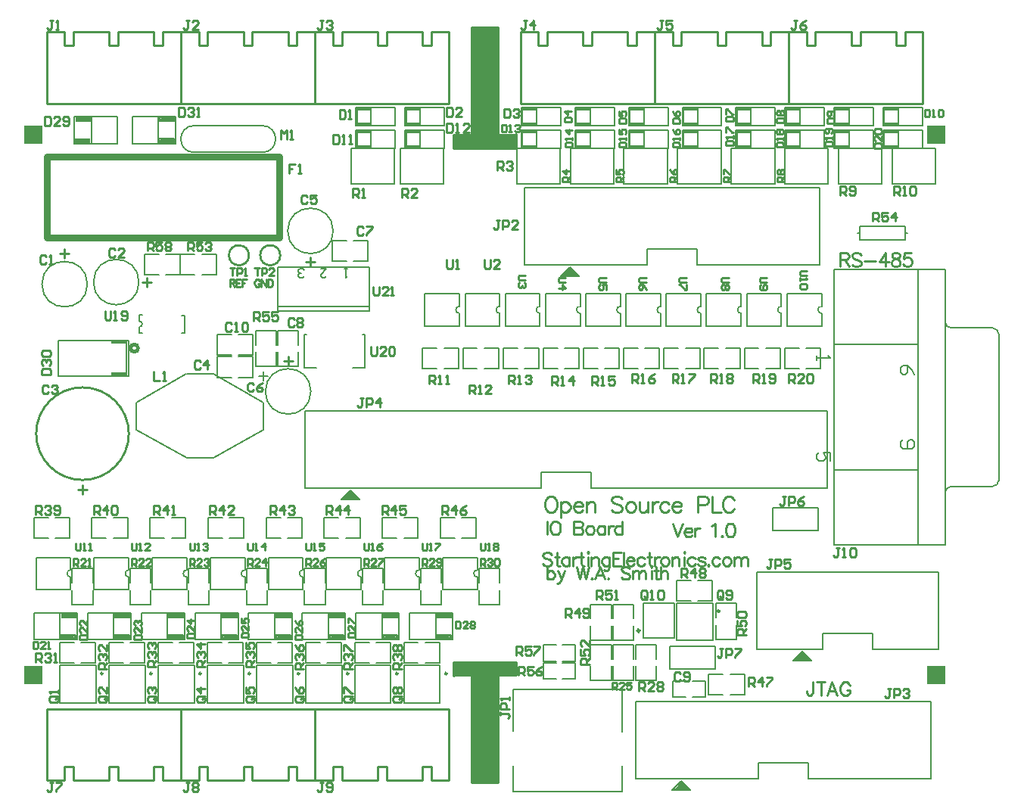
<source format=gto>
%FSLAX42Y42*%
%MOMM*%
G71*
G01*
G75*
%ADD10R,1.10X1.00*%
%ADD11R,1.50X1.30*%
%ADD12R,1.30X1.50*%
%ADD13R,0.76X0.76*%
%ADD14R,0.85X1.00*%
%ADD15R,3.50X4.00*%
%ADD16R,1.00X2.00*%
%ADD17O,1.00X1.80*%
%ADD18R,1.00X1.80*%
%ADD19R,0.60X1.50*%
%ADD20R,7.00X2.80*%
%ADD21R,2.50X2.70*%
%ADD22R,3.40X3.00*%
%ADD23C,0.80*%
%ADD24C,0.50*%
%ADD25C,0.30*%
%ADD26C,1.00*%
%ADD27C,0.60*%
%ADD28C,2.00*%
%ADD29C,0.25*%
%ADD30C,1.20*%
%ADD31C,0.40*%
%ADD32C,0.20*%
%ADD33R,11.00X2.50*%
%ADD34R,11.00X2.50*%
%ADD35R,2.00X0.75*%
%ADD36R,1.75X11.00*%
%ADD37R,3.25X7.50*%
%ADD38R,10.50X8.75*%
%ADD39R,1.99X5.39*%
%ADD40R,7.25X16.25*%
%ADD41R,5.00X10.00*%
%ADD42R,3.00X2.50*%
%ADD43R,5.75X2.75*%
%ADD44C,1.50*%
%ADD45C,1.20*%
%ADD46R,1.50X1.50*%
%ADD47R,1.20X1.20*%
%ADD48C,2.50*%
%ADD49R,1.30X1.30*%
%ADD50C,1.30*%
%ADD51C,2.00*%
%ADD52C,4.76*%
%ADD53R,1.69X1.69*%
%ADD54C,1.69*%
%ADD55C,1.40*%
%ADD56C,3.00*%
%ADD57C,1.60*%
%ADD58R,1.60X1.60*%
%ADD59C,3.30*%
%ADD60C,1.60*%
%ADD61R,1.60X1.60*%
%ADD62C,1.00*%
%ADD63R,15.00X5.00*%
%ADD64R,4.75X10.50*%
%ADD65R,7.50X10.75*%
%ADD66R,10.29X7.25*%
%ADD67R,13.50X10.25*%
%ADD68R,7.75X22.50*%
%ADD69C,0.25*%
%ADD70C,0.15*%
%ADD71R,1.82X0.60*%
%ADD72R,0.20X1.70*%
%ADD73R,1.70X0.30*%
%ADD74R,0.80X0.50*%
%ADD75R,1.61X0.20*%
%ADD76C,0.06*%
%ADD77R,3.00X12.00*%
%ADD78R,7.00X1.50*%
%ADD79R,2.00X2.00*%
%ADD80R,2.00X2.00*%
%ADD81R,1.70X0.40*%
D23*
X250Y-1550D02*
X2850D01*
Y-2450D02*
Y-1550D01*
X250Y-2450D02*
X2850D01*
X250D02*
Y-1550D01*
D25*
X6882Y-6850D02*
G03*
X6882Y-6850I-12J0D01*
G01*
D29*
X2512Y-2650D02*
G03*
X2512Y-2650I-112J0D01*
G01*
X2862D02*
G03*
X2862Y-2650I-112J0D01*
G01*
X1168Y-4646D02*
G03*
X1168Y-4646I-518J0D01*
G01*
X399Y-2630D02*
X501D01*
X450Y-2681D02*
Y-2579D01*
X2899Y-3830D02*
X3001D01*
X2950Y-3881D02*
Y-3779D01*
X3149Y-2720D02*
X3251D01*
X3200Y-2771D02*
Y-2669D01*
X1319Y-2950D02*
X1421D01*
X1370Y-3001D02*
Y-2899D01*
X650Y-5325D02*
Y-5223D01*
X599Y-5274D02*
X701D01*
X1450Y-3950D02*
Y-4050D01*
X1517D01*
X1550D02*
X1583D01*
X1567D01*
Y-3950D01*
X1550Y-3967D01*
X7342Y-7327D02*
X7325Y-7310D01*
X7292D01*
X7275Y-7327D01*
Y-7393D01*
X7292Y-7410D01*
X7325D01*
X7342Y-7393D01*
X7375D02*
X7392Y-7410D01*
X7425D01*
X7442Y-7393D01*
Y-7327D01*
X7425Y-7310D01*
X7392D01*
X7375Y-7327D01*
Y-7343D01*
X7392Y-7360D01*
X7442D01*
X242Y-2667D02*
X225Y-2650D01*
X192D01*
X175Y-2667D01*
Y-2733D01*
X192Y-2750D01*
X225D01*
X242Y-2733D01*
X275Y-2750D02*
X308D01*
X292D01*
Y-2650D01*
X275Y-2667D01*
X6575Y-7507D02*
Y-7428D01*
X6615D01*
X6628Y-7441D01*
Y-7468D01*
X6615Y-7481D01*
X6575D01*
X6602D02*
X6628Y-7507D01*
X6708D02*
X6655D01*
X6708Y-7454D01*
Y-7441D01*
X6695Y-7428D01*
X6668D01*
X6655Y-7441D01*
X6788Y-7428D02*
X6735D01*
Y-7468D01*
X6762Y-7454D01*
X6775D01*
X6788Y-7468D01*
Y-7494D01*
X6775Y-7507D01*
X6748D01*
X6735Y-7494D01*
X5500Y-7125D02*
Y-7025D01*
X5550D01*
X5567Y-7042D01*
Y-7075D01*
X5550Y-7092D01*
X5500D01*
X5533D02*
X5567Y-7125D01*
X5667Y-7025D02*
X5600D01*
Y-7075D01*
X5633Y-7058D01*
X5650D01*
X5667Y-7075D01*
Y-7108D01*
X5650Y-7125D01*
X5617D01*
X5600Y-7108D01*
X5700Y-7025D02*
X5767D01*
Y-7042D01*
X5700Y-7108D01*
Y-7125D01*
X5525Y-7350D02*
Y-7250D01*
X5575D01*
X5592Y-7267D01*
Y-7300D01*
X5575Y-7317D01*
X5525D01*
X5558D02*
X5592Y-7350D01*
X5692Y-7250D02*
X5625D01*
Y-7300D01*
X5658Y-7283D01*
X5675D01*
X5692Y-7300D01*
Y-7333D01*
X5675Y-7350D01*
X5642D01*
X5625Y-7333D01*
X5792Y-7250D02*
X5758Y-7267D01*
X5725Y-7300D01*
Y-7333D01*
X5742Y-7350D01*
X5775D01*
X5792Y-7333D01*
Y-7317D01*
X5775Y-7300D01*
X5725D01*
X7817Y-7050D02*
X7783D01*
X7800D01*
Y-7133D01*
X7783Y-7150D01*
X7767D01*
X7750Y-7133D01*
X7850Y-7150D02*
Y-7050D01*
X7900D01*
X7917Y-7067D01*
Y-7100D01*
X7900Y-7117D01*
X7850D01*
X7950Y-7050D02*
X8017D01*
Y-7067D01*
X7950Y-7133D01*
Y-7150D01*
X1017Y-2592D02*
X1000Y-2575D01*
X967D01*
X950Y-2592D01*
Y-2658D01*
X967Y-2675D01*
X1000D01*
X1017Y-2658D01*
X1117Y-2675D02*
X1050D01*
X1117Y-2608D01*
Y-2592D01*
X1100Y-2575D01*
X1067D01*
X1050Y-2592D01*
X267Y-4117D02*
X250Y-4100D01*
X217D01*
X200Y-4117D01*
Y-4183D01*
X217Y-4200D01*
X250D01*
X267Y-4183D01*
X300Y-4117D02*
X317Y-4100D01*
X350D01*
X367Y-4117D01*
Y-4133D01*
X350Y-4150D01*
X333D01*
X350D01*
X367Y-4167D01*
Y-4183D01*
X350Y-4200D01*
X317D01*
X300Y-4183D01*
X1967Y-3842D02*
X1950Y-3825D01*
X1917D01*
X1900Y-3842D01*
Y-3908D01*
X1917Y-3925D01*
X1950D01*
X1967Y-3908D01*
X2050Y-3925D02*
Y-3825D01*
X2000Y-3875D01*
X2067D01*
X3167Y-1992D02*
X3150Y-1975D01*
X3117D01*
X3100Y-1992D01*
Y-2058D01*
X3117Y-2075D01*
X3150D01*
X3167Y-2058D01*
X3267Y-1975D02*
X3200D01*
Y-2025D01*
X3233Y-2008D01*
X3250D01*
X3267Y-2025D01*
Y-2058D01*
X3250Y-2075D01*
X3217D01*
X3200Y-2058D01*
X2567Y-4092D02*
X2550Y-4075D01*
X2517D01*
X2500Y-4092D01*
Y-4158D01*
X2517Y-4175D01*
X2550D01*
X2567Y-4158D01*
X2667Y-4075D02*
X2633Y-4092D01*
X2600Y-4125D01*
Y-4158D01*
X2617Y-4175D01*
X2650D01*
X2667Y-4158D01*
Y-4142D01*
X2650Y-4125D01*
X2600D01*
X3792Y-2342D02*
X3775Y-2325D01*
X3742D01*
X3725Y-2342D01*
Y-2408D01*
X3742Y-2425D01*
X3775D01*
X3792Y-2408D01*
X3825Y-2325D02*
X3892D01*
Y-2342D01*
X3825Y-2408D01*
Y-2425D01*
X3017Y-3367D02*
X3000Y-3350D01*
X2967D01*
X2950Y-3367D01*
Y-3433D01*
X2967Y-3450D01*
X3000D01*
X3017Y-3433D01*
X3050Y-3367D02*
X3067Y-3350D01*
X3100D01*
X3117Y-3367D01*
Y-3383D01*
X3100Y-3400D01*
X3117Y-3417D01*
Y-3433D01*
X3100Y-3450D01*
X3067D01*
X3050Y-3433D01*
Y-3417D01*
X3067Y-3400D01*
X3050Y-3383D01*
Y-3367D01*
X3067Y-3400D02*
X3100D01*
X3525Y-1025D02*
Y-1125D01*
X3575D01*
X3592Y-1108D01*
Y-1042D01*
X3575Y-1025D01*
X3525D01*
X3625Y-1125D02*
X3658D01*
X3642D01*
Y-1025D01*
X3625Y-1042D01*
X4725Y-1000D02*
Y-1100D01*
X4775D01*
X4792Y-1083D01*
Y-1017D01*
X4775Y-1000D01*
X4725D01*
X4892Y-1100D02*
X4825D01*
X4892Y-1033D01*
Y-1017D01*
X4875Y-1000D01*
X4842D01*
X4825Y-1017D01*
X5370Y-1010D02*
Y-1110D01*
X5420D01*
X5437Y-1093D01*
Y-1027D01*
X5420Y-1010D01*
X5370D01*
X5470Y-1027D02*
X5487Y-1010D01*
X5520D01*
X5537Y-1027D01*
Y-1043D01*
X5520Y-1060D01*
X5503D01*
X5520D01*
X5537Y-1077D01*
Y-1093D01*
X5520Y-1110D01*
X5487D01*
X5470Y-1093D01*
X6040Y-1160D02*
X6120D01*
Y-1120D01*
X6107Y-1107D01*
X6053D01*
X6040Y-1120D01*
Y-1160D01*
X6120Y-1040D02*
X6040D01*
X6080Y-1080D01*
Y-1027D01*
X6650Y-1170D02*
X6730D01*
Y-1130D01*
X6717Y-1117D01*
X6663D01*
X6650Y-1130D01*
Y-1170D01*
Y-1037D02*
Y-1090D01*
X6690D01*
X6677Y-1063D01*
Y-1050D01*
X6690Y-1037D01*
X6717D01*
X6730Y-1050D01*
Y-1077D01*
X6717Y-1090D01*
X7250Y-1170D02*
X7330D01*
Y-1130D01*
X7317Y-1117D01*
X7263D01*
X7250Y-1130D01*
Y-1170D01*
Y-1037D02*
X7263Y-1063D01*
X7290Y-1090D01*
X7317D01*
X7330Y-1077D01*
Y-1050D01*
X7317Y-1037D01*
X7303D01*
X7290Y-1050D01*
Y-1090D01*
X7850Y-1150D02*
X7930D01*
Y-1110D01*
X7917Y-1097D01*
X7863D01*
X7850Y-1110D01*
Y-1150D01*
Y-1070D02*
Y-1017D01*
X7863D01*
X7917Y-1070D01*
X7930D01*
X8415Y-1165D02*
X8495D01*
Y-1125D01*
X8482Y-1111D01*
X8429D01*
X8415Y-1125D01*
Y-1165D01*
X8429Y-1085D02*
X8415Y-1071D01*
Y-1045D01*
X8429Y-1031D01*
X8442D01*
X8455Y-1045D01*
X8469Y-1031D01*
X8482D01*
X8495Y-1045D01*
Y-1071D01*
X8482Y-1085D01*
X8469D01*
X8455Y-1071D01*
X8442Y-1085D01*
X8429D01*
X8455Y-1071D02*
Y-1045D01*
X8980Y-1170D02*
X9060D01*
Y-1130D01*
X9047Y-1117D01*
X8993D01*
X8980Y-1130D01*
Y-1170D01*
X9047Y-1090D02*
X9060Y-1077D01*
Y-1050D01*
X9047Y-1037D01*
X8993D01*
X8980Y-1050D01*
Y-1077D01*
X8993Y-1090D01*
X9007D01*
X9020Y-1077D01*
Y-1037D01*
X10075Y-1020D02*
Y-1100D01*
X10115D01*
X10128Y-1087D01*
Y-1033D01*
X10115Y-1020D01*
X10075D01*
X10155Y-1100D02*
X10182D01*
X10168D01*
Y-1020D01*
X10155Y-1033D01*
X10222D02*
X10235Y-1020D01*
X10262D01*
X10275Y-1033D01*
Y-1087D01*
X10262Y-1100D01*
X10235D01*
X10222Y-1087D01*
Y-1033D01*
X3450Y-1300D02*
Y-1400D01*
X3500D01*
X3517Y-1383D01*
Y-1317D01*
X3500Y-1300D01*
X3450D01*
X3550Y-1400D02*
X3583D01*
X3567D01*
Y-1300D01*
X3550Y-1317D01*
X3633Y-1400D02*
X3667D01*
X3650D01*
Y-1300D01*
X3633Y-1317D01*
X4725Y-1175D02*
Y-1275D01*
X4775D01*
X4792Y-1258D01*
Y-1192D01*
X4775Y-1175D01*
X4725D01*
X4825Y-1275D02*
X4858D01*
X4842D01*
Y-1175D01*
X4825Y-1192D01*
X4975Y-1275D02*
X4908D01*
X4975Y-1208D01*
Y-1192D01*
X4958Y-1175D01*
X4925D01*
X4908Y-1192D01*
X5340Y-1190D02*
Y-1270D01*
X5380D01*
X5393Y-1257D01*
Y-1203D01*
X5380Y-1190D01*
X5340D01*
X5420Y-1270D02*
X5447D01*
X5433D01*
Y-1190D01*
X5420Y-1203D01*
X5487D02*
X5500Y-1190D01*
X5527D01*
X5540Y-1203D01*
Y-1217D01*
X5527Y-1230D01*
X5513D01*
X5527D01*
X5540Y-1243D01*
Y-1257D01*
X5527Y-1270D01*
X5500D01*
X5487Y-1257D01*
X6050Y-1440D02*
X6130D01*
Y-1400D01*
X6117Y-1387D01*
X6063D01*
X6050Y-1400D01*
Y-1440D01*
X6130Y-1360D02*
Y-1333D01*
Y-1347D01*
X6050D01*
X6063Y-1360D01*
X6130Y-1253D02*
X6050D01*
X6090Y-1293D01*
Y-1240D01*
X6650Y-1440D02*
X6730D01*
Y-1400D01*
X6717Y-1387D01*
X6663D01*
X6650Y-1400D01*
Y-1440D01*
X6730Y-1360D02*
Y-1333D01*
Y-1347D01*
X6650D01*
X6663Y-1360D01*
X6650Y-1240D02*
Y-1293D01*
X6690D01*
X6677Y-1267D01*
Y-1253D01*
X6690Y-1240D01*
X6717D01*
X6730Y-1253D01*
Y-1280D01*
X6717Y-1293D01*
X7250Y-1440D02*
X7330D01*
Y-1400D01*
X7317Y-1387D01*
X7263D01*
X7250Y-1400D01*
Y-1440D01*
X7330Y-1360D02*
Y-1333D01*
Y-1347D01*
X7250D01*
X7263Y-1360D01*
X7250Y-1240D02*
X7263Y-1267D01*
X7290Y-1293D01*
X7317D01*
X7330Y-1280D01*
Y-1253D01*
X7317Y-1240D01*
X7303D01*
X7290Y-1253D01*
Y-1293D01*
X7850Y-1420D02*
X7930D01*
Y-1380D01*
X7917Y-1367D01*
X7863D01*
X7850Y-1380D01*
Y-1420D01*
X7930Y-1340D02*
Y-1313D01*
Y-1327D01*
X7850D01*
X7863Y-1340D01*
X7850Y-1273D02*
Y-1220D01*
X7863D01*
X7917Y-1273D01*
X7930D01*
X8410Y-1440D02*
X8490D01*
Y-1400D01*
X8477Y-1387D01*
X8423D01*
X8410Y-1400D01*
Y-1440D01*
X8490Y-1360D02*
Y-1333D01*
Y-1347D01*
X8410D01*
X8423Y-1360D01*
Y-1293D02*
X8410Y-1280D01*
Y-1253D01*
X8423Y-1240D01*
X8437D01*
X8450Y-1253D01*
X8463Y-1240D01*
X8477D01*
X8490Y-1253D01*
Y-1280D01*
X8477Y-1293D01*
X8463D01*
X8450Y-1280D01*
X8437Y-1293D01*
X8423D01*
X8450Y-1280D02*
Y-1253D01*
X8960Y-1430D02*
X9040D01*
Y-1390D01*
X9027Y-1377D01*
X8973D01*
X8960Y-1390D01*
Y-1430D01*
X9040Y-1350D02*
Y-1323D01*
Y-1337D01*
X8960D01*
X8973Y-1350D01*
X9027Y-1283D02*
X9040Y-1270D01*
Y-1243D01*
X9027Y-1230D01*
X8973D01*
X8960Y-1243D01*
Y-1270D01*
X8973Y-1283D01*
X8987D01*
X9000Y-1270D01*
Y-1230D01*
X9510Y-1450D02*
X9590D01*
Y-1410D01*
X9577Y-1397D01*
X9523D01*
X9510Y-1410D01*
Y-1450D01*
X9590Y-1317D02*
Y-1370D01*
X9537Y-1317D01*
X9523D01*
X9510Y-1330D01*
Y-1357D01*
X9523Y-1370D01*
Y-1290D02*
X9510Y-1277D01*
Y-1250D01*
X9523Y-1237D01*
X9577D01*
X9590Y-1250D01*
Y-1277D01*
X9577Y-1290D01*
X9523D01*
X100Y-6970D02*
Y-7050D01*
X140D01*
X153Y-7037D01*
Y-6983D01*
X140Y-6970D01*
X100D01*
X233Y-7050D02*
X180D01*
X233Y-6997D01*
Y-6983D01*
X220Y-6970D01*
X193D01*
X180Y-6983D01*
X260Y-7050D02*
X287D01*
X273D01*
Y-6970D01*
X260Y-6983D01*
X620Y-6950D02*
X700D01*
Y-6910D01*
X687Y-6897D01*
X633D01*
X620Y-6910D01*
Y-6950D01*
X700Y-6817D02*
Y-6870D01*
X647Y-6817D01*
X633D01*
X620Y-6830D01*
Y-6857D01*
X633Y-6870D01*
X700Y-6737D02*
Y-6790D01*
X647Y-6737D01*
X633D01*
X620Y-6750D01*
Y-6777D01*
X633Y-6790D01*
X1228Y-6950D02*
X1307D01*
Y-6910D01*
X1294Y-6897D01*
X1241D01*
X1228Y-6910D01*
Y-6950D01*
X1307Y-6817D02*
Y-6870D01*
X1254Y-6817D01*
X1241D01*
X1228Y-6830D01*
Y-6857D01*
X1241Y-6870D01*
Y-6790D02*
X1228Y-6777D01*
Y-6750D01*
X1241Y-6737D01*
X1254D01*
X1268Y-6750D01*
Y-6763D01*
Y-6750D01*
X1281Y-6737D01*
X1294D01*
X1307Y-6750D01*
Y-6777D01*
X1294Y-6790D01*
X1820Y-6933D02*
X1900D01*
Y-6893D01*
X1886Y-6880D01*
X1833D01*
X1820Y-6893D01*
Y-6933D01*
X1900Y-6800D02*
Y-6853D01*
X1846Y-6800D01*
X1833D01*
X1820Y-6813D01*
Y-6840D01*
X1833Y-6853D01*
X1900Y-6733D02*
X1820D01*
X1860Y-6773D01*
Y-6720D01*
X2428Y-6925D02*
X2508D01*
Y-6885D01*
X2494Y-6872D01*
X2441D01*
X2428Y-6885D01*
Y-6925D01*
X2508Y-6792D02*
Y-6845D01*
X2454Y-6792D01*
X2441D01*
X2428Y-6805D01*
Y-6832D01*
X2441Y-6845D01*
X2428Y-6712D02*
Y-6765D01*
X2468D01*
X2454Y-6738D01*
Y-6725D01*
X2468Y-6712D01*
X2494D01*
X2508Y-6725D01*
Y-6752D01*
X2494Y-6765D01*
X3028Y-6950D02*
X3108D01*
Y-6910D01*
X3094Y-6897D01*
X3041D01*
X3028Y-6910D01*
Y-6950D01*
X3108Y-6817D02*
Y-6870D01*
X3054Y-6817D01*
X3041D01*
X3028Y-6830D01*
Y-6857D01*
X3041Y-6870D01*
X3028Y-6737D02*
X3041Y-6763D01*
X3068Y-6790D01*
X3094D01*
X3108Y-6777D01*
Y-6750D01*
X3094Y-6737D01*
X3081D01*
X3068Y-6750D01*
Y-6790D01*
X3620Y-6925D02*
X3700D01*
Y-6885D01*
X3687Y-6872D01*
X3633D01*
X3620Y-6885D01*
Y-6925D01*
X3700Y-6792D02*
Y-6845D01*
X3647Y-6792D01*
X3633D01*
X3620Y-6805D01*
Y-6832D01*
X3633Y-6845D01*
X3620Y-6765D02*
Y-6712D01*
X3633D01*
X3687Y-6765D01*
X3700D01*
X4825Y-6745D02*
Y-6825D01*
X4865D01*
X4878Y-6812D01*
Y-6758D01*
X4865Y-6745D01*
X4825D01*
X4958Y-6825D02*
X4905D01*
X4958Y-6772D01*
Y-6758D01*
X4945Y-6745D01*
X4918D01*
X4905Y-6758D01*
X4985D02*
X4998Y-6745D01*
X5025D01*
X5038Y-6758D01*
Y-6772D01*
X5025Y-6785D01*
X5038Y-6798D01*
Y-6812D01*
X5025Y-6825D01*
X4998D01*
X4985Y-6812D01*
Y-6798D01*
X4998Y-6785D01*
X4985Y-6772D01*
Y-6758D01*
X4998Y-6785D02*
X5025D01*
X230Y-1100D02*
Y-1200D01*
X280D01*
X297Y-1183D01*
Y-1117D01*
X280Y-1100D01*
X230D01*
X397Y-1200D02*
X330D01*
X397Y-1133D01*
Y-1117D01*
X380Y-1100D01*
X347D01*
X330Y-1117D01*
X430Y-1183D02*
X447Y-1200D01*
X480D01*
X497Y-1183D01*
Y-1117D01*
X480Y-1100D01*
X447D01*
X430Y-1117D01*
Y-1133D01*
X447Y-1150D01*
X497D01*
X3027Y-1630D02*
X2960D01*
Y-1680D01*
X2993D01*
X2960D01*
Y-1730D01*
X3060D02*
X3093D01*
X3077D01*
Y-1630D01*
X3060Y-1647D01*
X317Y-25D02*
X283D01*
X300D01*
Y-108D01*
X283Y-125D01*
X267D01*
X250Y-108D01*
X350Y-125D02*
X383D01*
X367D01*
Y-25D01*
X350Y-42D01*
X1842Y-25D02*
X1808D01*
X1825D01*
Y-108D01*
X1808Y-125D01*
X1792D01*
X1775Y-108D01*
X1942Y-125D02*
X1875D01*
X1942Y-58D01*
Y-42D01*
X1925Y-25D01*
X1892D01*
X1875Y-42D01*
X3342Y-25D02*
X3308D01*
X3325D01*
Y-108D01*
X3308Y-125D01*
X3292D01*
X3275Y-108D01*
X3375Y-42D02*
X3392Y-25D01*
X3425D01*
X3442Y-42D01*
Y-58D01*
X3425Y-75D01*
X3408D01*
X3425D01*
X3442Y-92D01*
Y-108D01*
X3425Y-125D01*
X3392D01*
X3375Y-108D01*
X5617Y-25D02*
X5583D01*
X5600D01*
Y-108D01*
X5583Y-125D01*
X5567D01*
X5550Y-108D01*
X5700Y-125D02*
Y-25D01*
X5650Y-75D01*
X5717D01*
X7142Y-25D02*
X7108D01*
X7125D01*
Y-108D01*
X7108Y-125D01*
X7092D01*
X7075Y-108D01*
X7242Y-25D02*
X7175D01*
Y-75D01*
X7208Y-58D01*
X7225D01*
X7242Y-75D01*
Y-108D01*
X7225Y-125D01*
X7192D01*
X7175Y-108D01*
X8642Y-25D02*
X8608D01*
X8625D01*
Y-108D01*
X8608Y-125D01*
X8592D01*
X8575Y-108D01*
X8742Y-25D02*
X8708Y-42D01*
X8675Y-75D01*
Y-108D01*
X8692Y-125D01*
X8725D01*
X8742Y-108D01*
Y-92D01*
X8725Y-75D01*
X8675D01*
X317Y-8550D02*
X283D01*
X300D01*
Y-8633D01*
X283Y-8650D01*
X267D01*
X250Y-8633D01*
X350Y-8550D02*
X417D01*
Y-8567D01*
X350Y-8633D01*
Y-8650D01*
X1842Y-8550D02*
X1808D01*
X1825D01*
Y-8633D01*
X1808Y-8650D01*
X1792D01*
X1775Y-8633D01*
X1875Y-8567D02*
X1892Y-8550D01*
X1925D01*
X1942Y-8567D01*
Y-8583D01*
X1925Y-8600D01*
X1942Y-8617D01*
Y-8633D01*
X1925Y-8650D01*
X1892D01*
X1875Y-8633D01*
Y-8617D01*
X1892Y-8600D01*
X1875Y-8583D01*
Y-8567D01*
X1892Y-8600D02*
X1925D01*
X3342Y-8550D02*
X3308D01*
X3325D01*
Y-8633D01*
X3308Y-8650D01*
X3292D01*
X3275Y-8633D01*
X3375D02*
X3392Y-8650D01*
X3425D01*
X3442Y-8633D01*
Y-8567D01*
X3425Y-8550D01*
X3392D01*
X3375Y-8567D01*
Y-8583D01*
X3392Y-8600D01*
X3442D01*
X9117Y-5925D02*
X9083D01*
X9100D01*
Y-6008D01*
X9083Y-6025D01*
X9067D01*
X9050Y-6008D01*
X9150Y-6025D02*
X9183D01*
X9167D01*
Y-5925D01*
X9150Y-5942D01*
X9233D02*
X9250Y-5925D01*
X9283D01*
X9300Y-5942D01*
Y-6008D01*
X9283Y-6025D01*
X9250D01*
X9233Y-6008D01*
Y-5942D01*
X5325Y-7758D02*
Y-7792D01*
Y-7775D01*
X5408D01*
X5425Y-7792D01*
Y-7808D01*
X5408Y-7825D01*
X5425Y-7725D02*
X5325D01*
Y-7675D01*
X5342Y-7658D01*
X5375D01*
X5392Y-7675D01*
Y-7725D01*
X5425Y-7625D02*
Y-7592D01*
Y-7608D01*
X5325D01*
X5342Y-7625D01*
X5317Y-2260D02*
X5283D01*
X5300D01*
Y-2343D01*
X5283Y-2360D01*
X5267D01*
X5250Y-2343D01*
X5350Y-2360D02*
Y-2260D01*
X5400D01*
X5417Y-2277D01*
Y-2310D01*
X5400Y-2327D01*
X5350D01*
X5517Y-2360D02*
X5450D01*
X5517Y-2293D01*
Y-2277D01*
X5500Y-2260D01*
X5467D01*
X5450Y-2277D01*
X9692Y-7500D02*
X9658D01*
X9675D01*
Y-7583D01*
X9658Y-7600D01*
X9642D01*
X9625Y-7583D01*
X9725Y-7600D02*
Y-7500D01*
X9775D01*
X9792Y-7517D01*
Y-7550D01*
X9775Y-7567D01*
X9725D01*
X9825Y-7517D02*
X9842Y-7500D01*
X9875D01*
X9892Y-7517D01*
Y-7533D01*
X9875Y-7550D01*
X9858D01*
X9875D01*
X9892Y-7567D01*
Y-7583D01*
X9875Y-7600D01*
X9842D01*
X9825Y-7583D01*
X3792Y-4250D02*
X3758D01*
X3775D01*
Y-4333D01*
X3758Y-4350D01*
X3742D01*
X3725Y-4333D01*
X3825Y-4350D02*
Y-4250D01*
X3875D01*
X3892Y-4267D01*
Y-4300D01*
X3875Y-4317D01*
X3825D01*
X3975Y-4350D02*
Y-4250D01*
X3925Y-4300D01*
X3992D01*
X8367Y-6050D02*
X8333D01*
X8350D01*
Y-6133D01*
X8333Y-6150D01*
X8317D01*
X8300Y-6133D01*
X8400Y-6150D02*
Y-6050D01*
X8450D01*
X8467Y-6067D01*
Y-6100D01*
X8450Y-6117D01*
X8400D01*
X8567Y-6050D02*
X8500D01*
Y-6100D01*
X8533Y-6083D01*
X8550D01*
X8567Y-6100D01*
Y-6133D01*
X8550Y-6150D01*
X8517D01*
X8500Y-6133D01*
X8517Y-5350D02*
X8483D01*
X8500D01*
Y-5433D01*
X8483Y-5450D01*
X8467D01*
X8450Y-5433D01*
X8550Y-5450D02*
Y-5350D01*
X8600D01*
X8617Y-5367D01*
Y-5400D01*
X8600Y-5417D01*
X8550D01*
X8717Y-5350D02*
X8683Y-5367D01*
X8650Y-5400D01*
Y-5433D01*
X8667Y-5450D01*
X8700D01*
X8717Y-5433D01*
Y-5417D01*
X8700Y-5400D01*
X8650D01*
X2870Y-1350D02*
Y-1250D01*
X2903Y-1283D01*
X2937Y-1250D01*
Y-1350D01*
X2970D02*
X3003D01*
X2987D01*
Y-1250D01*
X2970Y-1267D01*
X358Y-7583D02*
X292D01*
X275Y-7600D01*
Y-7633D01*
X292Y-7650D01*
X358D01*
X375Y-7633D01*
Y-7600D01*
X342Y-7617D02*
X375Y-7583D01*
Y-7600D02*
X358Y-7583D01*
X375Y-7550D02*
Y-7517D01*
Y-7533D01*
X275D01*
X292Y-7550D01*
X908Y-7583D02*
X842D01*
X825Y-7600D01*
Y-7633D01*
X842Y-7650D01*
X908D01*
X925Y-7633D01*
Y-7600D01*
X892Y-7617D02*
X925Y-7583D01*
Y-7600D02*
X908Y-7583D01*
X925Y-7483D02*
Y-7550D01*
X858Y-7483D01*
X842D01*
X825Y-7500D01*
Y-7533D01*
X842Y-7550D01*
X1458Y-7583D02*
X1392D01*
X1375Y-7600D01*
Y-7633D01*
X1392Y-7650D01*
X1458D01*
X1475Y-7633D01*
Y-7600D01*
X1442Y-7617D02*
X1475Y-7583D01*
Y-7600D02*
X1458Y-7583D01*
X1392Y-7550D02*
X1375Y-7533D01*
Y-7500D01*
X1392Y-7483D01*
X1408D01*
X1425Y-7500D01*
Y-7517D01*
Y-7500D01*
X1442Y-7483D01*
X1458D01*
X1475Y-7500D01*
Y-7533D01*
X1458Y-7550D01*
X2008Y-7583D02*
X1942D01*
X1925Y-7600D01*
Y-7633D01*
X1942Y-7650D01*
X2008D01*
X2025Y-7633D01*
Y-7600D01*
X1992Y-7617D02*
X2025Y-7583D01*
Y-7600D02*
X2008Y-7583D01*
X2025Y-7500D02*
X1925D01*
X1975Y-7550D01*
Y-7483D01*
X2558Y-7583D02*
X2492D01*
X2475Y-7600D01*
Y-7633D01*
X2492Y-7650D01*
X2558D01*
X2575Y-7633D01*
Y-7600D01*
X2542Y-7617D02*
X2575Y-7583D01*
Y-7600D02*
X2558Y-7583D01*
X2475Y-7483D02*
Y-7550D01*
X2525D01*
X2508Y-7517D01*
Y-7500D01*
X2525Y-7483D01*
X2558D01*
X2575Y-7500D01*
Y-7533D01*
X2558Y-7550D01*
X3108Y-7583D02*
X3042D01*
X3025Y-7600D01*
Y-7633D01*
X3042Y-7650D01*
X3108D01*
X3125Y-7633D01*
Y-7600D01*
X3092Y-7617D02*
X3125Y-7583D01*
Y-7600D02*
X3108Y-7583D01*
X3025Y-7483D02*
X3042Y-7517D01*
X3075Y-7550D01*
X3108D01*
X3125Y-7533D01*
Y-7500D01*
X3108Y-7483D01*
X3092D01*
X3075Y-7500D01*
Y-7550D01*
X3658Y-7583D02*
X3592D01*
X3575Y-7600D01*
Y-7633D01*
X3592Y-7650D01*
X3658D01*
X3675Y-7633D01*
Y-7600D01*
X3642Y-7617D02*
X3675Y-7583D01*
Y-7600D02*
X3658Y-7583D01*
X3575Y-7550D02*
Y-7483D01*
X3592D01*
X3658Y-7550D01*
X3675D01*
X4208Y-7583D02*
X4142D01*
X4125Y-7600D01*
Y-7633D01*
X4142Y-7650D01*
X4208D01*
X4225Y-7633D01*
Y-7600D01*
X4192Y-7617D02*
X4225Y-7583D01*
Y-7600D02*
X4208Y-7583D01*
X4142Y-7550D02*
X4125Y-7533D01*
Y-7500D01*
X4142Y-7483D01*
X4158D01*
X4175Y-7500D01*
X4192Y-7483D01*
X4208D01*
X4225Y-7500D01*
Y-7533D01*
X4208Y-7550D01*
X4192D01*
X4175Y-7533D01*
X4158Y-7550D01*
X4142D01*
X4175Y-7533D02*
Y-7500D01*
X7817Y-6483D02*
Y-6417D01*
X7800Y-6400D01*
X7767D01*
X7750Y-6417D01*
Y-6483D01*
X7767Y-6500D01*
X7800D01*
X7783Y-6467D02*
X7817Y-6500D01*
X7800D02*
X7817Y-6483D01*
X7850D02*
X7867Y-6500D01*
X7900D01*
X7917Y-6483D01*
Y-6417D01*
X7900Y-6400D01*
X7867D01*
X7850Y-6417D01*
Y-6433D01*
X7867Y-6450D01*
X7917D01*
X6967Y-6483D02*
Y-6417D01*
X6950Y-6400D01*
X6917D01*
X6900Y-6417D01*
Y-6483D01*
X6917Y-6500D01*
X6950D01*
X6933Y-6467D02*
X6967Y-6500D01*
X6950D02*
X6967Y-6483D01*
X7000Y-6500D02*
X7033D01*
X7017D01*
Y-6400D01*
X7000Y-6417D01*
X7083D02*
X7100Y-6400D01*
X7133D01*
X7150Y-6417D01*
Y-6483D01*
X7133Y-6500D01*
X7100D01*
X7083Y-6483D01*
Y-6417D01*
X3675Y-2000D02*
Y-1900D01*
X3725D01*
X3742Y-1917D01*
Y-1950D01*
X3725Y-1967D01*
X3675D01*
X3708D02*
X3742Y-2000D01*
X3775D02*
X3808D01*
X3792D01*
Y-1900D01*
X3775Y-1917D01*
X4225Y-2000D02*
Y-1900D01*
X4275D01*
X4292Y-1917D01*
Y-1950D01*
X4275Y-1967D01*
X4225D01*
X4258D02*
X4292Y-2000D01*
X4392D02*
X4325D01*
X4392Y-1933D01*
Y-1917D01*
X4375Y-1900D01*
X4342D01*
X4325Y-1917D01*
X5290Y-1700D02*
Y-1600D01*
X5340D01*
X5357Y-1617D01*
Y-1650D01*
X5340Y-1667D01*
X5290D01*
X5323D02*
X5357Y-1700D01*
X5390Y-1617D02*
X5407Y-1600D01*
X5440D01*
X5457Y-1617D01*
Y-1633D01*
X5440Y-1650D01*
X5423D01*
X5440D01*
X5457Y-1667D01*
Y-1683D01*
X5440Y-1700D01*
X5407D01*
X5390Y-1683D01*
X6100Y-1825D02*
X6020D01*
Y-1785D01*
X6033Y-1772D01*
X6060D01*
X6073Y-1785D01*
Y-1825D01*
Y-1798D02*
X6100Y-1772D01*
Y-1705D02*
X6020D01*
X6060Y-1745D01*
Y-1692D01*
X6700Y-1825D02*
X6620D01*
Y-1785D01*
X6633Y-1772D01*
X6660D01*
X6673Y-1785D01*
Y-1825D01*
Y-1798D02*
X6700Y-1772D01*
X6620Y-1692D02*
Y-1745D01*
X6660D01*
X6647Y-1718D01*
Y-1705D01*
X6660Y-1692D01*
X6687D01*
X6700Y-1705D01*
Y-1732D01*
X6687Y-1745D01*
X7300Y-1825D02*
X7220D01*
Y-1785D01*
X7233Y-1772D01*
X7260D01*
X7273Y-1785D01*
Y-1825D01*
Y-1798D02*
X7300Y-1772D01*
X7220Y-1692D02*
X7233Y-1718D01*
X7260Y-1745D01*
X7287D01*
X7300Y-1732D01*
Y-1705D01*
X7287Y-1692D01*
X7273D01*
X7260Y-1705D01*
Y-1745D01*
X7900Y-1825D02*
X7820D01*
Y-1785D01*
X7833Y-1772D01*
X7860D01*
X7873Y-1785D01*
Y-1825D01*
Y-1798D02*
X7900Y-1772D01*
X7820Y-1745D02*
Y-1692D01*
X7833D01*
X7887Y-1745D01*
X7900D01*
X8500Y-1825D02*
X8420D01*
Y-1785D01*
X8433Y-1772D01*
X8460D01*
X8473Y-1785D01*
Y-1825D01*
Y-1798D02*
X8500Y-1772D01*
X8433Y-1745D02*
X8420Y-1732D01*
Y-1705D01*
X8433Y-1692D01*
X8447D01*
X8460Y-1705D01*
X8473Y-1692D01*
X8487D01*
X8500Y-1705D01*
Y-1732D01*
X8487Y-1745D01*
X8473D01*
X8460Y-1732D01*
X8447Y-1745D01*
X8433D01*
X8460Y-1732D02*
Y-1705D01*
X9125Y-1975D02*
Y-1875D01*
X9175D01*
X9192Y-1892D01*
Y-1925D01*
X9175Y-1942D01*
X9125D01*
X9158D02*
X9192Y-1975D01*
X9225Y-1958D02*
X9242Y-1975D01*
X9275D01*
X9292Y-1958D01*
Y-1892D01*
X9275Y-1875D01*
X9242D01*
X9225Y-1892D01*
Y-1908D01*
X9242Y-1925D01*
X9292D01*
X9725Y-1975D02*
Y-1875D01*
X9775D01*
X9792Y-1892D01*
Y-1925D01*
X9775Y-1942D01*
X9725D01*
X9758D02*
X9792Y-1975D01*
X9825D02*
X9858D01*
X9842D01*
Y-1875D01*
X9825Y-1892D01*
X9908D02*
X9925Y-1875D01*
X9958D01*
X9975Y-1892D01*
Y-1958D01*
X9958Y-1975D01*
X9925D01*
X9908Y-1958D01*
Y-1892D01*
X4530Y-4090D02*
Y-3990D01*
X4580D01*
X4597Y-4007D01*
Y-4040D01*
X4580Y-4057D01*
X4530D01*
X4563D02*
X4597Y-4090D01*
X4630D02*
X4663D01*
X4647D01*
Y-3990D01*
X4630Y-4007D01*
X4713Y-4090D02*
X4747D01*
X4730D01*
Y-3990D01*
X4713Y-4007D01*
X4975Y-4200D02*
Y-4100D01*
X5025D01*
X5042Y-4117D01*
Y-4150D01*
X5025Y-4167D01*
X4975D01*
X5008D02*
X5042Y-4200D01*
X5075D02*
X5108D01*
X5092D01*
Y-4100D01*
X5075Y-4117D01*
X5225Y-4200D02*
X5158D01*
X5225Y-4133D01*
Y-4117D01*
X5208Y-4100D01*
X5175D01*
X5158Y-4117D01*
X5420Y-4090D02*
Y-3990D01*
X5470D01*
X5487Y-4007D01*
Y-4040D01*
X5470Y-4057D01*
X5420D01*
X5453D02*
X5487Y-4090D01*
X5520D02*
X5553D01*
X5537D01*
Y-3990D01*
X5520Y-4007D01*
X5603D02*
X5620Y-3990D01*
X5653D01*
X5670Y-4007D01*
Y-4023D01*
X5653Y-4040D01*
X5637D01*
X5653D01*
X5670Y-4057D01*
Y-4073D01*
X5653Y-4090D01*
X5620D01*
X5603Y-4073D01*
X5900Y-4100D02*
Y-4000D01*
X5950D01*
X5967Y-4017D01*
Y-4050D01*
X5950Y-4067D01*
X5900D01*
X5933D02*
X5967Y-4100D01*
X6000D02*
X6033D01*
X6017D01*
Y-4000D01*
X6000Y-4017D01*
X6133Y-4100D02*
Y-4000D01*
X6083Y-4050D01*
X6150D01*
X6350Y-4100D02*
Y-4000D01*
X6400D01*
X6417Y-4017D01*
Y-4050D01*
X6400Y-4067D01*
X6350D01*
X6383D02*
X6417Y-4100D01*
X6450D02*
X6483D01*
X6467D01*
Y-4000D01*
X6450Y-4017D01*
X6600Y-4000D02*
X6533D01*
Y-4050D01*
X6567Y-4033D01*
X6583D01*
X6600Y-4050D01*
Y-4083D01*
X6583Y-4100D01*
X6550D01*
X6533Y-4083D01*
X6800Y-4075D02*
Y-3975D01*
X6850D01*
X6867Y-3992D01*
Y-4025D01*
X6850Y-4042D01*
X6800D01*
X6833D02*
X6867Y-4075D01*
X6900D02*
X6933D01*
X6917D01*
Y-3975D01*
X6900Y-3992D01*
X7050Y-3975D02*
X7017Y-3992D01*
X6983Y-4025D01*
Y-4058D01*
X7000Y-4075D01*
X7033D01*
X7050Y-4058D01*
Y-4042D01*
X7033Y-4025D01*
X6983D01*
X7250Y-4075D02*
Y-3975D01*
X7300D01*
X7317Y-3992D01*
Y-4025D01*
X7300Y-4042D01*
X7250D01*
X7283D02*
X7317Y-4075D01*
X7350D02*
X7383D01*
X7367D01*
Y-3975D01*
X7350Y-3992D01*
X7433Y-3975D02*
X7500D01*
Y-3992D01*
X7433Y-4058D01*
Y-4075D01*
X7675D02*
Y-3975D01*
X7725D01*
X7742Y-3992D01*
Y-4025D01*
X7725Y-4042D01*
X7675D01*
X7708D02*
X7742Y-4075D01*
X7775D02*
X7808D01*
X7792D01*
Y-3975D01*
X7775Y-3992D01*
X7858D02*
X7875Y-3975D01*
X7908D01*
X7925Y-3992D01*
Y-4008D01*
X7908Y-4025D01*
X7925Y-4042D01*
Y-4058D01*
X7908Y-4075D01*
X7875D01*
X7858Y-4058D01*
Y-4042D01*
X7875Y-4025D01*
X7858Y-4008D01*
Y-3992D01*
X7875Y-4025D02*
X7908D01*
X8150Y-4075D02*
Y-3975D01*
X8200D01*
X8217Y-3992D01*
Y-4025D01*
X8200Y-4042D01*
X8150D01*
X8183D02*
X8217Y-4075D01*
X8250D02*
X8283D01*
X8267D01*
Y-3975D01*
X8250Y-3992D01*
X8333Y-4058D02*
X8350Y-4075D01*
X8383D01*
X8400Y-4058D01*
Y-3992D01*
X8383Y-3975D01*
X8350D01*
X8333Y-3992D01*
Y-4008D01*
X8350Y-4025D01*
X8400D01*
X8550Y-4075D02*
Y-3975D01*
X8600D01*
X8617Y-3992D01*
Y-4025D01*
X8600Y-4042D01*
X8550D01*
X8583D02*
X8617Y-4075D01*
X8717D02*
X8650D01*
X8717Y-4008D01*
Y-3992D01*
X8700Y-3975D01*
X8667D01*
X8650Y-3992D01*
X8750D02*
X8767Y-3975D01*
X8800D01*
X8817Y-3992D01*
Y-4058D01*
X8800Y-4075D01*
X8767D01*
X8750Y-4058D01*
Y-3992D01*
X550Y-6125D02*
Y-6045D01*
X590D01*
X603Y-6058D01*
Y-6085D01*
X590Y-6098D01*
X550D01*
X577D02*
X603Y-6125D01*
X683D02*
X630D01*
X683Y-6072D01*
Y-6058D01*
X670Y-6045D01*
X643D01*
X630Y-6058D01*
X710Y-6125D02*
X737D01*
X723D01*
Y-6045D01*
X710Y-6058D01*
X1200Y-6125D02*
Y-6045D01*
X1240D01*
X1253Y-6058D01*
Y-6085D01*
X1240Y-6098D01*
X1200D01*
X1227D02*
X1253Y-6125D01*
X1333D02*
X1280D01*
X1333Y-6072D01*
Y-6058D01*
X1320Y-6045D01*
X1293D01*
X1280Y-6058D01*
X1413Y-6125D02*
X1360D01*
X1413Y-6072D01*
Y-6058D01*
X1400Y-6045D01*
X1373D01*
X1360Y-6058D01*
X1850Y-6125D02*
Y-6045D01*
X1890D01*
X1903Y-6058D01*
Y-6085D01*
X1890Y-6098D01*
X1850D01*
X1877D02*
X1903Y-6125D01*
X1983D02*
X1930D01*
X1983Y-6072D01*
Y-6058D01*
X1970Y-6045D01*
X1943D01*
X1930Y-6058D01*
X2010D02*
X2023Y-6045D01*
X2050D01*
X2063Y-6058D01*
Y-6072D01*
X2050Y-6085D01*
X2037D01*
X2050D01*
X2063Y-6098D01*
Y-6112D01*
X2050Y-6125D01*
X2023D01*
X2010Y-6112D01*
X2500Y-6125D02*
Y-6045D01*
X2540D01*
X2553Y-6058D01*
Y-6085D01*
X2540Y-6098D01*
X2500D01*
X2527D02*
X2553Y-6125D01*
X2633D02*
X2580D01*
X2633Y-6072D01*
Y-6058D01*
X2620Y-6045D01*
X2593D01*
X2580Y-6058D01*
X2700Y-6125D02*
Y-6045D01*
X2660Y-6085D01*
X2713D01*
X3150Y-6125D02*
Y-6045D01*
X3190D01*
X3203Y-6058D01*
Y-6085D01*
X3190Y-6098D01*
X3150D01*
X3177D02*
X3203Y-6125D01*
X3283D02*
X3230D01*
X3283Y-6072D01*
Y-6058D01*
X3270Y-6045D01*
X3243D01*
X3230Y-6058D01*
X3363Y-6045D02*
X3337Y-6058D01*
X3310Y-6085D01*
Y-6112D01*
X3323Y-6125D01*
X3350D01*
X3363Y-6112D01*
Y-6098D01*
X3350Y-6085D01*
X3310D01*
X3800Y-6125D02*
Y-6045D01*
X3840D01*
X3853Y-6058D01*
Y-6085D01*
X3840Y-6098D01*
X3800D01*
X3827D02*
X3853Y-6125D01*
X3933D02*
X3880D01*
X3933Y-6072D01*
Y-6058D01*
X3920Y-6045D01*
X3893D01*
X3880Y-6058D01*
X3960Y-6045D02*
X4013D01*
Y-6058D01*
X3960Y-6112D01*
Y-6125D01*
X6875Y-7525D02*
Y-7425D01*
X6925D01*
X6942Y-7442D01*
Y-7475D01*
X6925Y-7492D01*
X6875D01*
X6908D02*
X6942Y-7525D01*
X7042D02*
X6975D01*
X7042Y-7458D01*
Y-7442D01*
X7025Y-7425D01*
X6992D01*
X6975Y-7442D01*
X7075D02*
X7092Y-7425D01*
X7125D01*
X7142Y-7442D01*
Y-7458D01*
X7125Y-7475D01*
X7142Y-7492D01*
Y-7508D01*
X7125Y-7525D01*
X7092D01*
X7075Y-7508D01*
Y-7492D01*
X7092Y-7475D01*
X7075Y-7458D01*
Y-7442D01*
X7092Y-7475D02*
X7125D01*
X4450Y-6125D02*
Y-6045D01*
X4490D01*
X4503Y-6058D01*
Y-6085D01*
X4490Y-6098D01*
X4450D01*
X4477D02*
X4503Y-6125D01*
X4583D02*
X4530D01*
X4583Y-6072D01*
Y-6058D01*
X4570Y-6045D01*
X4543D01*
X4530Y-6058D01*
X4610Y-6112D02*
X4623Y-6125D01*
X4650D01*
X4663Y-6112D01*
Y-6058D01*
X4650Y-6045D01*
X4623D01*
X4610Y-6058D01*
Y-6072D01*
X4623Y-6085D01*
X4663D01*
X5100Y-6125D02*
Y-6045D01*
X5140D01*
X5153Y-6058D01*
Y-6085D01*
X5140Y-6098D01*
X5100D01*
X5127D02*
X5153Y-6125D01*
X5180Y-6058D02*
X5193Y-6045D01*
X5220D01*
X5233Y-6058D01*
Y-6072D01*
X5220Y-6085D01*
X5207D01*
X5220D01*
X5233Y-6098D01*
Y-6112D01*
X5220Y-6125D01*
X5193D01*
X5180Y-6112D01*
X5260Y-6058D02*
X5273Y-6045D01*
X5300D01*
X5313Y-6058D01*
Y-6112D01*
X5300Y-6125D01*
X5273D01*
X5260Y-6112D01*
Y-6058D01*
X125Y-7200D02*
Y-7100D01*
X175D01*
X192Y-7117D01*
Y-7150D01*
X175Y-7167D01*
X125D01*
X158D02*
X192Y-7200D01*
X225Y-7117D02*
X242Y-7100D01*
X275D01*
X292Y-7117D01*
Y-7133D01*
X275Y-7150D01*
X258D01*
X275D01*
X292Y-7167D01*
Y-7183D01*
X275Y-7200D01*
X242D01*
X225Y-7183D01*
X325Y-7200D02*
X358D01*
X342D01*
Y-7100D01*
X325Y-7117D01*
X925Y-7275D02*
X825D01*
Y-7225D01*
X842Y-7208D01*
X875D01*
X892Y-7225D01*
Y-7275D01*
Y-7242D02*
X925Y-7208D01*
X842Y-7175D02*
X825Y-7158D01*
Y-7125D01*
X842Y-7108D01*
X858D01*
X875Y-7125D01*
Y-7142D01*
Y-7125D01*
X892Y-7108D01*
X908D01*
X925Y-7125D01*
Y-7158D01*
X908Y-7175D01*
X925Y-7008D02*
Y-7075D01*
X858Y-7008D01*
X842D01*
X825Y-7025D01*
Y-7058D01*
X842Y-7075D01*
X1475Y-7250D02*
X1375D01*
Y-7200D01*
X1392Y-7183D01*
X1425D01*
X1442Y-7200D01*
Y-7250D01*
Y-7217D02*
X1475Y-7183D01*
X1392Y-7150D02*
X1375Y-7133D01*
Y-7100D01*
X1392Y-7083D01*
X1408D01*
X1425Y-7100D01*
Y-7117D01*
Y-7100D01*
X1442Y-7083D01*
X1458D01*
X1475Y-7100D01*
Y-7133D01*
X1458Y-7150D01*
X1392Y-7050D02*
X1375Y-7033D01*
Y-7000D01*
X1392Y-6983D01*
X1408D01*
X1425Y-7000D01*
Y-7017D01*
Y-7000D01*
X1442Y-6983D01*
X1458D01*
X1475Y-7000D01*
Y-7033D01*
X1458Y-7050D01*
X2025Y-7250D02*
X1925D01*
Y-7200D01*
X1942Y-7183D01*
X1975D01*
X1992Y-7200D01*
Y-7250D01*
Y-7217D02*
X2025Y-7183D01*
X1942Y-7150D02*
X1925Y-7133D01*
Y-7100D01*
X1942Y-7083D01*
X1958D01*
X1975Y-7100D01*
Y-7117D01*
Y-7100D01*
X1992Y-7083D01*
X2008D01*
X2025Y-7100D01*
Y-7133D01*
X2008Y-7150D01*
X2025Y-7000D02*
X1925D01*
X1975Y-7050D01*
Y-6983D01*
X2575Y-7250D02*
X2475D01*
Y-7200D01*
X2492Y-7183D01*
X2525D01*
X2542Y-7200D01*
Y-7250D01*
Y-7217D02*
X2575Y-7183D01*
X2492Y-7150D02*
X2475Y-7133D01*
Y-7100D01*
X2492Y-7083D01*
X2508D01*
X2525Y-7100D01*
Y-7117D01*
Y-7100D01*
X2542Y-7083D01*
X2558D01*
X2575Y-7100D01*
Y-7133D01*
X2558Y-7150D01*
X2475Y-6983D02*
Y-7050D01*
X2525D01*
X2508Y-7017D01*
Y-7000D01*
X2525Y-6983D01*
X2558D01*
X2575Y-7000D01*
Y-7033D01*
X2558Y-7050D01*
X3125Y-7275D02*
X3025D01*
Y-7225D01*
X3042Y-7208D01*
X3075D01*
X3092Y-7225D01*
Y-7275D01*
Y-7242D02*
X3125Y-7208D01*
X3042Y-7175D02*
X3025Y-7158D01*
Y-7125D01*
X3042Y-7108D01*
X3058D01*
X3075Y-7125D01*
Y-7142D01*
Y-7125D01*
X3092Y-7108D01*
X3108D01*
X3125Y-7125D01*
Y-7158D01*
X3108Y-7175D01*
X3025Y-7008D02*
X3042Y-7042D01*
X3075Y-7075D01*
X3108D01*
X3125Y-7058D01*
Y-7025D01*
X3108Y-7008D01*
X3092D01*
X3075Y-7025D01*
Y-7075D01*
X3675Y-7275D02*
X3575D01*
Y-7225D01*
X3592Y-7208D01*
X3625D01*
X3642Y-7225D01*
Y-7275D01*
Y-7242D02*
X3675Y-7208D01*
X3592Y-7175D02*
X3575Y-7158D01*
Y-7125D01*
X3592Y-7108D01*
X3608D01*
X3625Y-7125D01*
Y-7142D01*
Y-7125D01*
X3642Y-7108D01*
X3658D01*
X3675Y-7125D01*
Y-7158D01*
X3658Y-7175D01*
X3575Y-7075D02*
Y-7008D01*
X3592D01*
X3658Y-7075D01*
X3675D01*
X4225Y-7275D02*
X4125D01*
Y-7225D01*
X4142Y-7208D01*
X4175D01*
X4192Y-7225D01*
Y-7275D01*
Y-7242D02*
X4225Y-7208D01*
X4142Y-7175D02*
X4125Y-7158D01*
Y-7125D01*
X4142Y-7108D01*
X4158D01*
X4175Y-7125D01*
Y-7142D01*
Y-7125D01*
X4192Y-7108D01*
X4208D01*
X4225Y-7125D01*
Y-7158D01*
X4208Y-7175D01*
X4142Y-7075D02*
X4125Y-7058D01*
Y-7025D01*
X4142Y-7008D01*
X4158D01*
X4175Y-7025D01*
X4192Y-7008D01*
X4208D01*
X4225Y-7025D01*
Y-7058D01*
X4208Y-7075D01*
X4192D01*
X4175Y-7058D01*
X4158Y-7075D01*
X4142D01*
X4175Y-7058D02*
Y-7025D01*
X125Y-5550D02*
Y-5450D01*
X175D01*
X192Y-5467D01*
Y-5500D01*
X175Y-5517D01*
X125D01*
X158D02*
X192Y-5550D01*
X225Y-5467D02*
X242Y-5450D01*
X275D01*
X292Y-5467D01*
Y-5483D01*
X275Y-5500D01*
X258D01*
X275D01*
X292Y-5517D01*
Y-5533D01*
X275Y-5550D01*
X242D01*
X225Y-5533D01*
X325D02*
X342Y-5550D01*
X375D01*
X392Y-5533D01*
Y-5467D01*
X375Y-5450D01*
X342D01*
X325Y-5467D01*
Y-5483D01*
X342Y-5500D01*
X392D01*
X775Y-5550D02*
Y-5450D01*
X825D01*
X842Y-5467D01*
Y-5500D01*
X825Y-5517D01*
X775D01*
X808D02*
X842Y-5550D01*
X925D02*
Y-5450D01*
X875Y-5500D01*
X942D01*
X975Y-5467D02*
X992Y-5450D01*
X1025D01*
X1042Y-5467D01*
Y-5533D01*
X1025Y-5550D01*
X992D01*
X975Y-5533D01*
Y-5467D01*
X1450Y-5550D02*
Y-5450D01*
X1500D01*
X1517Y-5467D01*
Y-5500D01*
X1500Y-5517D01*
X1450D01*
X1483D02*
X1517Y-5550D01*
X1600D02*
Y-5450D01*
X1550Y-5500D01*
X1617D01*
X1650Y-5550D02*
X1683D01*
X1667D01*
Y-5450D01*
X1650Y-5467D01*
X2075Y-5550D02*
Y-5450D01*
X2125D01*
X2142Y-5467D01*
Y-5500D01*
X2125Y-5517D01*
X2075D01*
X2108D02*
X2142Y-5550D01*
X2225D02*
Y-5450D01*
X2175Y-5500D01*
X2242D01*
X2342Y-5550D02*
X2275D01*
X2342Y-5483D01*
Y-5467D01*
X2325Y-5450D01*
X2292D01*
X2275Y-5467D01*
X2750Y-5550D02*
Y-5450D01*
X2800D01*
X2817Y-5467D01*
Y-5500D01*
X2800Y-5517D01*
X2750D01*
X2783D02*
X2817Y-5550D01*
X2900D02*
Y-5450D01*
X2850Y-5500D01*
X2917D01*
X2950Y-5467D02*
X2967Y-5450D01*
X3000D01*
X3017Y-5467D01*
Y-5483D01*
X3000Y-5500D01*
X2983D01*
X3000D01*
X3017Y-5517D01*
Y-5533D01*
X3000Y-5550D01*
X2967D01*
X2950Y-5533D01*
X3375Y-5550D02*
Y-5450D01*
X3425D01*
X3442Y-5467D01*
Y-5500D01*
X3425Y-5517D01*
X3375D01*
X3408D02*
X3442Y-5550D01*
X3525D02*
Y-5450D01*
X3475Y-5500D01*
X3542D01*
X3625Y-5550D02*
Y-5450D01*
X3575Y-5500D01*
X3642D01*
X4000Y-5550D02*
Y-5450D01*
X4050D01*
X4067Y-5467D01*
Y-5500D01*
X4050Y-5517D01*
X4000D01*
X4033D02*
X4067Y-5550D01*
X4150D02*
Y-5450D01*
X4100Y-5500D01*
X4167D01*
X4267Y-5450D02*
X4200D01*
Y-5500D01*
X4233Y-5483D01*
X4250D01*
X4267Y-5500D01*
Y-5533D01*
X4250Y-5550D01*
X4217D01*
X4200Y-5533D01*
X4675Y-5550D02*
Y-5450D01*
X4725D01*
X4742Y-5467D01*
Y-5500D01*
X4725Y-5517D01*
X4675D01*
X4708D02*
X4742Y-5550D01*
X4825D02*
Y-5450D01*
X4775Y-5500D01*
X4842D01*
X4942Y-5450D02*
X4908Y-5467D01*
X4875Y-5500D01*
Y-5533D01*
X4892Y-5550D01*
X4925D01*
X4942Y-5533D01*
Y-5517D01*
X4925Y-5500D01*
X4875D01*
X8100Y-7475D02*
Y-7375D01*
X8150D01*
X8167Y-7392D01*
Y-7425D01*
X8150Y-7442D01*
X8100D01*
X8133D02*
X8167Y-7475D01*
X8250D02*
Y-7375D01*
X8200Y-7425D01*
X8267D01*
X8300Y-7375D02*
X8367D01*
Y-7392D01*
X8300Y-7458D01*
Y-7475D01*
X7350Y-6250D02*
Y-6150D01*
X7400D01*
X7417Y-6167D01*
Y-6200D01*
X7400Y-6217D01*
X7350D01*
X7383D02*
X7417Y-6250D01*
X7500D02*
Y-6150D01*
X7450Y-6200D01*
X7517D01*
X7550Y-6167D02*
X7567Y-6150D01*
X7600D01*
X7617Y-6167D01*
Y-6183D01*
X7600Y-6200D01*
X7617Y-6217D01*
Y-6233D01*
X7600Y-6250D01*
X7567D01*
X7550Y-6233D01*
Y-6217D01*
X7567Y-6200D01*
X7550Y-6183D01*
Y-6167D01*
X7567Y-6200D02*
X7600D01*
X6050Y-6700D02*
Y-6600D01*
X6100D01*
X6117Y-6617D01*
Y-6650D01*
X6100Y-6667D01*
X6050D01*
X6083D02*
X6117Y-6700D01*
X6200D02*
Y-6600D01*
X6150Y-6650D01*
X6217D01*
X6250Y-6683D02*
X6267Y-6700D01*
X6300D01*
X6317Y-6683D01*
Y-6617D01*
X6300Y-6600D01*
X6267D01*
X6250Y-6617D01*
Y-6633D01*
X6267Y-6650D01*
X6317D01*
X8075Y-6900D02*
X7975D01*
Y-6850D01*
X7992Y-6833D01*
X8025D01*
X8042Y-6850D01*
Y-6900D01*
Y-6867D02*
X8075Y-6833D01*
X7975Y-6733D02*
Y-6800D01*
X8025D01*
X8008Y-6767D01*
Y-6750D01*
X8025Y-6733D01*
X8058D01*
X8075Y-6750D01*
Y-6783D01*
X8058Y-6800D01*
X7992Y-6700D02*
X7975Y-6683D01*
Y-6650D01*
X7992Y-6633D01*
X8058D01*
X8075Y-6650D01*
Y-6683D01*
X8058Y-6700D01*
X7992D01*
X6400Y-6500D02*
Y-6400D01*
X6450D01*
X6467Y-6417D01*
Y-6450D01*
X6450Y-6467D01*
X6400D01*
X6433D02*
X6467Y-6500D01*
X6567Y-6400D02*
X6500D01*
Y-6450D01*
X6533Y-6433D01*
X6550D01*
X6567Y-6450D01*
Y-6483D01*
X6550Y-6500D01*
X6517D01*
X6500Y-6483D01*
X6600Y-6500D02*
X6633D01*
X6617D01*
Y-6400D01*
X6600Y-6417D01*
X6325Y-7225D02*
X6225D01*
Y-7175D01*
X6242Y-7158D01*
X6275D01*
X6292Y-7175D01*
Y-7225D01*
Y-7192D02*
X6325Y-7158D01*
X6225Y-7058D02*
Y-7125D01*
X6275D01*
X6258Y-7092D01*
Y-7075D01*
X6275Y-7058D01*
X6308D01*
X6325Y-7075D01*
Y-7108D01*
X6308Y-7125D01*
X6325Y-6958D02*
Y-7025D01*
X6258Y-6958D01*
X6242D01*
X6225Y-6975D01*
Y-7008D01*
X6242Y-7025D01*
X1825Y-2600D02*
Y-2500D01*
X1875D01*
X1892Y-2517D01*
Y-2550D01*
X1875Y-2567D01*
X1825D01*
X1858D02*
X1892Y-2600D01*
X1992Y-2500D02*
X1925D01*
Y-2550D01*
X1958Y-2533D01*
X1975D01*
X1992Y-2550D01*
Y-2583D01*
X1975Y-2600D01*
X1942D01*
X1925Y-2583D01*
X2025Y-2517D02*
X2042Y-2500D01*
X2075D01*
X2092Y-2517D01*
Y-2533D01*
X2075Y-2550D01*
X2058D01*
X2075D01*
X2092Y-2567D01*
Y-2583D01*
X2075Y-2600D01*
X2042D01*
X2025Y-2583D01*
X9490Y-2270D02*
Y-2170D01*
X9540D01*
X9557Y-2187D01*
Y-2220D01*
X9540Y-2237D01*
X9490D01*
X9523D02*
X9557Y-2270D01*
X9657Y-2170D02*
X9590D01*
Y-2220D01*
X9623Y-2203D01*
X9640D01*
X9657Y-2220D01*
Y-2253D01*
X9640Y-2270D01*
X9607D01*
X9590Y-2253D01*
X9740Y-2270D02*
Y-2170D01*
X9690Y-2220D01*
X9757D01*
X2566Y-3386D02*
Y-3286D01*
X2616D01*
X2633Y-3303D01*
Y-3336D01*
X2616Y-3353D01*
X2566D01*
X2599D02*
X2633Y-3386D01*
X2733Y-3286D02*
X2666D01*
Y-3336D01*
X2699Y-3320D01*
X2716D01*
X2733Y-3336D01*
Y-3370D01*
X2716Y-3386D01*
X2683D01*
X2666Y-3370D01*
X2833Y-3286D02*
X2766D01*
Y-3336D01*
X2799Y-3320D01*
X2816D01*
X2833Y-3336D01*
Y-3370D01*
X2816Y-3386D01*
X2783D01*
X2766Y-3370D01*
X4725Y-2700D02*
Y-2783D01*
X4742Y-2800D01*
X4775D01*
X4792Y-2783D01*
Y-2700D01*
X4825Y-2800D02*
X4858D01*
X4842D01*
Y-2700D01*
X4825Y-2717D01*
X5150Y-2700D02*
Y-2783D01*
X5167Y-2800D01*
X5200D01*
X5217Y-2783D01*
Y-2700D01*
X5317Y-2800D02*
X5250D01*
X5317Y-2733D01*
Y-2717D01*
X5300Y-2700D01*
X5267D01*
X5250Y-2717D01*
X5605Y-2875D02*
X5538D01*
X5525Y-2888D01*
Y-2915D01*
X5538Y-2928D01*
X5605D01*
X5592Y-2955D02*
X5605Y-2968D01*
Y-2995D01*
X5592Y-3008D01*
X5578D01*
X5565Y-2995D01*
Y-2982D01*
Y-2995D01*
X5552Y-3008D01*
X5538D01*
X5525Y-2995D01*
Y-2968D01*
X5538Y-2955D01*
X6055Y-2900D02*
X5988D01*
X5975Y-2913D01*
Y-2940D01*
X5988Y-2953D01*
X6055D01*
X5975Y-3020D02*
X6055D01*
X6015Y-2980D01*
Y-3033D01*
X6505Y-2900D02*
X6438D01*
X6425Y-2913D01*
Y-2940D01*
X6438Y-2953D01*
X6505D01*
Y-3033D02*
Y-2980D01*
X6465D01*
X6478Y-3007D01*
Y-3020D01*
X6465Y-3033D01*
X6438D01*
X6425Y-3020D01*
Y-2993D01*
X6438Y-2980D01*
X6955Y-2900D02*
X6888D01*
X6875Y-2913D01*
Y-2940D01*
X6888Y-2953D01*
X6955D01*
Y-3033D02*
X6942Y-3007D01*
X6915Y-2980D01*
X6888D01*
X6875Y-2993D01*
Y-3020D01*
X6888Y-3033D01*
X6902D01*
X6915Y-3020D01*
Y-2980D01*
X7405Y-2900D02*
X7338D01*
X7325Y-2913D01*
Y-2940D01*
X7338Y-2953D01*
X7405D01*
Y-2980D02*
Y-3033D01*
X7392D01*
X7338Y-2980D01*
X7325D01*
X7880Y-2900D02*
X7813D01*
X7800Y-2913D01*
Y-2940D01*
X7813Y-2953D01*
X7880D01*
X7867Y-2980D02*
X7880Y-2993D01*
Y-3020D01*
X7867Y-3033D01*
X7853D01*
X7840Y-3020D01*
X7827Y-3033D01*
X7813D01*
X7800Y-3020D01*
Y-2993D01*
X7813Y-2980D01*
X7827D01*
X7840Y-2993D01*
X7853Y-2980D01*
X7867D01*
X7840Y-2993D02*
Y-3020D01*
X8305Y-2900D02*
X8238D01*
X8225Y-2913D01*
Y-2940D01*
X8238Y-2953D01*
X8305D01*
X8238Y-2980D02*
X8225Y-2993D01*
Y-3020D01*
X8238Y-3033D01*
X8292D01*
X8305Y-3020D01*
Y-2993D01*
X8292Y-2980D01*
X8278D01*
X8265Y-2993D01*
Y-3033D01*
X8755Y-2825D02*
X8688D01*
X8675Y-2838D01*
Y-2865D01*
X8688Y-2878D01*
X8755D01*
X8675Y-2905D02*
Y-2932D01*
Y-2918D01*
X8755D01*
X8742Y-2905D01*
Y-2972D02*
X8755Y-2985D01*
Y-3012D01*
X8742Y-3025D01*
X8688D01*
X8675Y-3012D01*
Y-2985D01*
X8688Y-2972D01*
X8742D01*
X575Y-5870D02*
Y-5937D01*
X588Y-5950D01*
X615D01*
X628Y-5937D01*
Y-5870D01*
X655Y-5950D02*
X682D01*
X668D01*
Y-5870D01*
X655Y-5883D01*
X722Y-5950D02*
X748D01*
X735D01*
Y-5870D01*
X722Y-5883D01*
X1200Y-5870D02*
Y-5937D01*
X1213Y-5950D01*
X1240D01*
X1253Y-5937D01*
Y-5870D01*
X1280Y-5950D02*
X1307D01*
X1293D01*
Y-5870D01*
X1280Y-5883D01*
X1400Y-5950D02*
X1347D01*
X1400Y-5897D01*
Y-5883D01*
X1387Y-5870D01*
X1360D01*
X1347Y-5883D01*
X1850Y-5870D02*
Y-5937D01*
X1863Y-5950D01*
X1890D01*
X1903Y-5937D01*
Y-5870D01*
X1930Y-5950D02*
X1957D01*
X1943D01*
Y-5870D01*
X1930Y-5883D01*
X1997D02*
X2010Y-5870D01*
X2037D01*
X2050Y-5883D01*
Y-5897D01*
X2037Y-5910D01*
X2023D01*
X2037D01*
X2050Y-5923D01*
Y-5937D01*
X2037Y-5950D01*
X2010D01*
X1997Y-5937D01*
X2500Y-5870D02*
Y-5937D01*
X2513Y-5950D01*
X2540D01*
X2553Y-5937D01*
Y-5870D01*
X2580Y-5950D02*
X2607D01*
X2593D01*
Y-5870D01*
X2580Y-5883D01*
X2687Y-5950D02*
Y-5870D01*
X2647Y-5910D01*
X2700D01*
X3150Y-5870D02*
Y-5937D01*
X3163Y-5950D01*
X3190D01*
X3203Y-5937D01*
Y-5870D01*
X3230Y-5950D02*
X3257D01*
X3243D01*
Y-5870D01*
X3230Y-5883D01*
X3350Y-5870D02*
X3297D01*
Y-5910D01*
X3323Y-5897D01*
X3337D01*
X3350Y-5910D01*
Y-5937D01*
X3337Y-5950D01*
X3310D01*
X3297Y-5937D01*
X3800Y-5870D02*
Y-5937D01*
X3813Y-5950D01*
X3840D01*
X3853Y-5937D01*
Y-5870D01*
X3880Y-5950D02*
X3907D01*
X3893D01*
Y-5870D01*
X3880Y-5883D01*
X4000Y-5870D02*
X3973Y-5883D01*
X3947Y-5910D01*
Y-5937D01*
X3960Y-5950D01*
X3987D01*
X4000Y-5937D01*
Y-5923D01*
X3987Y-5910D01*
X3947D01*
X4450Y-5870D02*
Y-5937D01*
X4463Y-5950D01*
X4490D01*
X4503Y-5937D01*
Y-5870D01*
X4530Y-5950D02*
X4557D01*
X4543D01*
Y-5870D01*
X4530Y-5883D01*
X4597Y-5870D02*
X4650D01*
Y-5883D01*
X4597Y-5937D01*
Y-5950D01*
X5100Y-5870D02*
Y-5937D01*
X5113Y-5950D01*
X5140D01*
X5153Y-5937D01*
Y-5870D01*
X5180Y-5950D02*
X5207D01*
X5193D01*
Y-5870D01*
X5180Y-5883D01*
X5247D02*
X5260Y-5870D01*
X5287D01*
X5300Y-5883D01*
Y-5897D01*
X5287Y-5910D01*
X5300Y-5923D01*
Y-5937D01*
X5287Y-5950D01*
X5260D01*
X5247Y-5937D01*
Y-5923D01*
X5260Y-5910D01*
X5247Y-5897D01*
Y-5883D01*
X5260Y-5910D02*
X5287D01*
X3875Y-3675D02*
Y-3758D01*
X3892Y-3775D01*
X3925D01*
X3942Y-3758D01*
Y-3675D01*
X4042Y-3775D02*
X3975D01*
X4042Y-3708D01*
Y-3692D01*
X4025Y-3675D01*
X3992D01*
X3975Y-3692D01*
X4075D02*
X4092Y-3675D01*
X4125D01*
X4142Y-3692D01*
Y-3758D01*
X4125Y-3775D01*
X4092D01*
X4075Y-3758D01*
Y-3692D01*
X2317Y-3417D02*
X2300Y-3400D01*
X2267D01*
X2250Y-3417D01*
Y-3483D01*
X2267Y-3500D01*
X2300D01*
X2317Y-3483D01*
X2350Y-3500D02*
X2383D01*
X2367D01*
Y-3400D01*
X2350Y-3417D01*
X2433D02*
X2450Y-3400D01*
X2483D01*
X2500Y-3417D01*
Y-3483D01*
X2483Y-3500D01*
X2450D01*
X2433Y-3483D01*
Y-3417D01*
X1375Y-2600D02*
Y-2500D01*
X1425D01*
X1442Y-2517D01*
Y-2550D01*
X1425Y-2567D01*
X1375D01*
X1408D02*
X1442Y-2600D01*
X1542Y-2500D02*
X1475D01*
Y-2550D01*
X1508Y-2533D01*
X1525D01*
X1542Y-2550D01*
Y-2583D01*
X1525Y-2600D01*
X1492D01*
X1475Y-2583D01*
X1575Y-2517D02*
X1592Y-2500D01*
X1625D01*
X1642Y-2517D01*
Y-2533D01*
X1625Y-2550D01*
X1642Y-2567D01*
Y-2583D01*
X1625Y-2600D01*
X1592D01*
X1575Y-2583D01*
Y-2567D01*
X1592Y-2550D01*
X1575Y-2533D01*
Y-2517D01*
X1592Y-2550D02*
X1625D01*
X2300Y-2795D02*
X2353D01*
X2327D01*
Y-2875D01*
X2380D02*
Y-2795D01*
X2420D01*
X2433Y-2808D01*
Y-2835D01*
X2420Y-2848D01*
X2380D01*
X2460Y-2875D02*
X2487D01*
X2473D01*
Y-2795D01*
X2460Y-2808D01*
X3900Y-3000D02*
Y-3083D01*
X3917Y-3100D01*
X3950D01*
X3967Y-3083D01*
Y-3000D01*
X4067Y-3100D02*
X4000D01*
X4067Y-3033D01*
Y-3017D01*
X4050Y-3000D01*
X4017D01*
X4000Y-3017D01*
X4100Y-3100D02*
X4133D01*
X4117D01*
Y-3000D01*
X4100Y-3017D01*
X1725Y-1000D02*
Y-1100D01*
X1775D01*
X1792Y-1083D01*
Y-1017D01*
X1775Y-1000D01*
X1725D01*
X1825Y-1017D02*
X1842Y-1000D01*
X1875D01*
X1892Y-1017D01*
Y-1033D01*
X1875Y-1050D01*
X1858D01*
X1875D01*
X1892Y-1067D01*
Y-1083D01*
X1875Y-1100D01*
X1842D01*
X1825Y-1083D01*
X1925Y-1100D02*
X1958D01*
X1942D01*
Y-1000D01*
X1925Y-1017D01*
X2575Y-2795D02*
X2628D01*
X2602D01*
Y-2875D01*
X2655D02*
Y-2795D01*
X2695D01*
X2708Y-2808D01*
Y-2835D01*
X2695Y-2848D01*
X2655D01*
X2788Y-2875D02*
X2735D01*
X2788Y-2822D01*
Y-2808D01*
X2775Y-2795D01*
X2748D01*
X2735Y-2808D01*
X900Y-3275D02*
Y-3358D01*
X917Y-3375D01*
X950D01*
X967Y-3358D01*
Y-3275D01*
X1000Y-3375D02*
X1033D01*
X1017D01*
Y-3275D01*
X1000Y-3292D01*
X1083Y-3358D02*
X1100Y-3375D01*
X1133D01*
X1150Y-3358D01*
Y-3292D01*
X1133Y-3275D01*
X1100D01*
X1083Y-3292D01*
Y-3308D01*
X1100Y-3325D01*
X1150D01*
X193Y-3983D02*
X293D01*
Y-3933D01*
X276Y-3917D01*
X209D01*
X193Y-3933D01*
Y-3983D01*
X209Y-3883D02*
X193Y-3867D01*
Y-3833D01*
X209Y-3817D01*
X226D01*
X243Y-3833D01*
Y-3850D01*
Y-3833D01*
X259Y-3817D01*
X276D01*
X293Y-3833D01*
Y-3867D01*
X276Y-3883D01*
X209Y-3783D02*
X193Y-3767D01*
Y-3733D01*
X209Y-3717D01*
X276D01*
X293Y-3733D01*
Y-3767D01*
X276Y-3783D01*
X209D01*
X2632Y-2939D02*
X2628Y-2931D01*
X2621Y-2924D01*
X2613Y-2920D01*
X2598D01*
X2590Y-2924D01*
X2583Y-2931D01*
X2579Y-2939D01*
X2575Y-2950D01*
Y-2970D01*
X2579Y-2981D01*
X2583Y-2989D01*
X2590Y-2996D01*
X2598Y-3000D01*
X2613D01*
X2621Y-2996D01*
X2628Y-2989D01*
X2632Y-2981D01*
Y-2970D01*
X2613D02*
X2632D01*
X2650Y-2920D02*
Y-3000D01*
Y-2920D02*
X2704Y-3000D01*
Y-2920D02*
Y-3000D01*
X2726Y-2920D02*
Y-3000D01*
Y-2920D02*
X2752D01*
X2764Y-2924D01*
X2772Y-2931D01*
X2775Y-2939D01*
X2779Y-2950D01*
Y-2970D01*
X2775Y-2981D01*
X2772Y-2989D01*
X2764Y-2996D01*
X2752Y-3000D01*
X2726D01*
X2300Y-2920D02*
Y-3000D01*
Y-2920D02*
X2334D01*
X2346Y-2924D01*
X2350Y-2928D01*
X2353Y-2935D01*
Y-2943D01*
X2350Y-2950D01*
X2346Y-2954D01*
X2334Y-2958D01*
X2300D01*
X2327D02*
X2353Y-3000D01*
X2421Y-2920D02*
X2371D01*
Y-3000D01*
X2421D01*
X2371Y-2958D02*
X2402D01*
X2434Y-2920D02*
Y-3000D01*
Y-2920D02*
X2484D01*
X2434Y-2958D02*
X2465D01*
X5900Y-5996D02*
X5886Y-5982D01*
X5864Y-5975D01*
X5836D01*
X5814Y-5982D01*
X5800Y-5996D01*
Y-6011D01*
X5807Y-6025D01*
X5814Y-6032D01*
X5829Y-6039D01*
X5871Y-6054D01*
X5886Y-6061D01*
X5893Y-6068D01*
X5900Y-6082D01*
Y-6104D01*
X5886Y-6118D01*
X5864Y-6125D01*
X5836D01*
X5814Y-6118D01*
X5800Y-6104D01*
X5955Y-5975D02*
Y-6096D01*
X5962Y-6118D01*
X5976Y-6125D01*
X5991D01*
X5934Y-6025D02*
X5984D01*
X6098D02*
Y-6125D01*
Y-6046D02*
X6084Y-6032D01*
X6069Y-6025D01*
X6048D01*
X6034Y-6032D01*
X6019Y-6046D01*
X6012Y-6068D01*
Y-6082D01*
X6019Y-6104D01*
X6034Y-6118D01*
X6048Y-6125D01*
X6069D01*
X6084Y-6118D01*
X6098Y-6104D01*
X6138Y-6025D02*
Y-6125D01*
Y-6068D02*
X6145Y-6046D01*
X6159Y-6032D01*
X6173Y-6025D01*
X6195D01*
X6230Y-5975D02*
Y-6096D01*
X6237Y-6118D01*
X6251Y-6125D01*
X6266D01*
X6208Y-6025D02*
X6258D01*
X6301Y-5975D02*
X6308Y-5982D01*
X6316Y-5975D01*
X6308Y-5968D01*
X6301Y-5975D01*
X6308Y-6025D02*
Y-6125D01*
X6342Y-6025D02*
Y-6125D01*
Y-6054D02*
X6363Y-6032D01*
X6378Y-6025D01*
X6399D01*
X6413Y-6032D01*
X6421Y-6054D01*
Y-6125D01*
X6546Y-6025D02*
Y-6139D01*
X6538Y-6161D01*
X6531Y-6168D01*
X6517Y-6175D01*
X6496D01*
X6481Y-6168D01*
X6546Y-6046D02*
X6531Y-6032D01*
X6517Y-6025D01*
X6496D01*
X6481Y-6032D01*
X6467Y-6046D01*
X6460Y-6068D01*
Y-6082D01*
X6467Y-6104D01*
X6481Y-6118D01*
X6496Y-6125D01*
X6517D01*
X6531Y-6118D01*
X6546Y-6104D01*
X6678Y-5975D02*
X6586D01*
Y-6125D01*
X6678D01*
X6586Y-6046D02*
X6643D01*
X6703Y-5975D02*
Y-6125D01*
X6735Y-6068D02*
X6820D01*
Y-6054D01*
X6813Y-6039D01*
X6806Y-6032D01*
X6792Y-6025D01*
X6771D01*
X6756Y-6032D01*
X6742Y-6046D01*
X6735Y-6068D01*
Y-6082D01*
X6742Y-6104D01*
X6756Y-6118D01*
X6771Y-6125D01*
X6792D01*
X6806Y-6118D01*
X6820Y-6104D01*
X6938Y-6046D02*
X6924Y-6032D01*
X6910Y-6025D01*
X6888D01*
X6874Y-6032D01*
X6860Y-6046D01*
X6853Y-6068D01*
Y-6082D01*
X6860Y-6104D01*
X6874Y-6118D01*
X6888Y-6125D01*
X6910D01*
X6924Y-6118D01*
X6938Y-6104D01*
X6992Y-5975D02*
Y-6096D01*
X6999Y-6118D01*
X7013Y-6125D01*
X7028D01*
X6970Y-6025D02*
X7020D01*
X7049D02*
Y-6125D01*
Y-6068D02*
X7056Y-6046D01*
X7070Y-6032D01*
X7085Y-6025D01*
X7106D01*
X7155D02*
X7141Y-6032D01*
X7127Y-6046D01*
X7120Y-6068D01*
Y-6082D01*
X7127Y-6104D01*
X7141Y-6118D01*
X7155Y-6125D01*
X7177D01*
X7191Y-6118D01*
X7205Y-6104D01*
X7213Y-6082D01*
Y-6068D01*
X7205Y-6046D01*
X7191Y-6032D01*
X7177Y-6025D01*
X7155D01*
X7245D02*
Y-6125D01*
Y-6054D02*
X7267Y-6032D01*
X7281Y-6025D01*
X7303D01*
X7317Y-6032D01*
X7324Y-6054D01*
Y-6125D01*
X7378Y-5975D02*
X7385Y-5982D01*
X7392Y-5975D01*
X7385Y-5968D01*
X7378Y-5975D01*
X7385Y-6025D02*
Y-6125D01*
X7504Y-6046D02*
X7490Y-6032D01*
X7475Y-6025D01*
X7454D01*
X7440Y-6032D01*
X7425Y-6046D01*
X7418Y-6068D01*
Y-6082D01*
X7425Y-6104D01*
X7440Y-6118D01*
X7454Y-6125D01*
X7475D01*
X7490Y-6118D01*
X7504Y-6104D01*
X7615Y-6046D02*
X7607Y-6032D01*
X7586Y-6025D01*
X7565D01*
X7543Y-6032D01*
X7536Y-6046D01*
X7543Y-6061D01*
X7557Y-6068D01*
X7593Y-6075D01*
X7607Y-6082D01*
X7615Y-6096D01*
Y-6104D01*
X7607Y-6118D01*
X7586Y-6125D01*
X7565D01*
X7543Y-6118D01*
X7536Y-6104D01*
X7653Y-6111D02*
X7646Y-6118D01*
X7653Y-6125D01*
X7660Y-6118D01*
X7653Y-6111D01*
X7779Y-6046D02*
X7765Y-6032D01*
X7750Y-6025D01*
X7729D01*
X7715Y-6032D01*
X7700Y-6046D01*
X7693Y-6068D01*
Y-6082D01*
X7700Y-6104D01*
X7715Y-6118D01*
X7729Y-6125D01*
X7750D01*
X7765Y-6118D01*
X7779Y-6104D01*
X7847Y-6025D02*
X7832Y-6032D01*
X7818Y-6046D01*
X7811Y-6068D01*
Y-6082D01*
X7818Y-6104D01*
X7832Y-6118D01*
X7847Y-6125D01*
X7868D01*
X7882Y-6118D01*
X7897Y-6104D01*
X7904Y-6082D01*
Y-6068D01*
X7897Y-6046D01*
X7882Y-6032D01*
X7868Y-6025D01*
X7847D01*
X7937D02*
Y-6125D01*
Y-6054D02*
X7958Y-6032D01*
X7972Y-6025D01*
X7994D01*
X8008Y-6032D01*
X8015Y-6054D01*
Y-6125D01*
Y-6054D02*
X8037Y-6032D01*
X8051Y-6025D01*
X8072D01*
X8087Y-6032D01*
X8094Y-6054D01*
Y-6125D01*
X5876Y-5345D02*
X5859Y-5354D01*
X5842Y-5371D01*
X5834Y-5388D01*
X5825Y-5414D01*
Y-5456D01*
X5834Y-5482D01*
X5842Y-5499D01*
X5859Y-5516D01*
X5876Y-5525D01*
X5911D01*
X5928Y-5516D01*
X5945Y-5499D01*
X5954Y-5482D01*
X5962Y-5456D01*
Y-5414D01*
X5954Y-5388D01*
X5945Y-5371D01*
X5928Y-5354D01*
X5911Y-5345D01*
X5876D01*
X6004Y-5405D02*
Y-5585D01*
Y-5431D02*
X6021Y-5414D01*
X6038Y-5405D01*
X6064D01*
X6081Y-5414D01*
X6098Y-5431D01*
X6107Y-5456D01*
Y-5474D01*
X6098Y-5499D01*
X6081Y-5516D01*
X6064Y-5525D01*
X6038D01*
X6021Y-5516D01*
X6004Y-5499D01*
X6146Y-5456D02*
X6248D01*
Y-5439D01*
X6240Y-5422D01*
X6231Y-5414D01*
X6214Y-5405D01*
X6188D01*
X6171Y-5414D01*
X6154Y-5431D01*
X6146Y-5456D01*
Y-5474D01*
X6154Y-5499D01*
X6171Y-5516D01*
X6188Y-5525D01*
X6214D01*
X6231Y-5516D01*
X6248Y-5499D01*
X6287Y-5405D02*
Y-5525D01*
Y-5439D02*
X6313Y-5414D01*
X6330Y-5405D01*
X6355D01*
X6373Y-5414D01*
X6381Y-5439D01*
Y-5525D01*
X6690Y-5371D02*
X6673Y-5354D01*
X6647Y-5345D01*
X6613D01*
X6587Y-5354D01*
X6570Y-5371D01*
Y-5388D01*
X6578Y-5405D01*
X6587Y-5414D01*
X6604Y-5422D01*
X6655Y-5439D01*
X6673Y-5448D01*
X6681Y-5456D01*
X6690Y-5474D01*
Y-5499D01*
X6673Y-5516D01*
X6647Y-5525D01*
X6613D01*
X6587Y-5516D01*
X6570Y-5499D01*
X6773Y-5405D02*
X6756Y-5414D01*
X6739Y-5431D01*
X6730Y-5456D01*
Y-5474D01*
X6739Y-5499D01*
X6756Y-5516D01*
X6773Y-5525D01*
X6799D01*
X6816Y-5516D01*
X6833Y-5499D01*
X6841Y-5474D01*
Y-5456D01*
X6833Y-5431D01*
X6816Y-5414D01*
X6799Y-5405D01*
X6773D01*
X6881D02*
Y-5491D01*
X6889Y-5516D01*
X6906Y-5525D01*
X6932D01*
X6949Y-5516D01*
X6975Y-5491D01*
Y-5405D02*
Y-5525D01*
X7022Y-5405D02*
Y-5525D01*
Y-5456D02*
X7031Y-5431D01*
X7048Y-5414D01*
X7065Y-5405D01*
X7091D01*
X7210Y-5431D02*
X7193Y-5414D01*
X7176Y-5405D01*
X7150D01*
X7133Y-5414D01*
X7116Y-5431D01*
X7107Y-5456D01*
Y-5474D01*
X7116Y-5499D01*
X7133Y-5516D01*
X7150Y-5525D01*
X7176D01*
X7193Y-5516D01*
X7210Y-5499D01*
X7248Y-5456D02*
X7351D01*
Y-5439D01*
X7343Y-5422D01*
X7334Y-5414D01*
X7317Y-5405D01*
X7291D01*
X7274Y-5414D01*
X7257Y-5431D01*
X7248Y-5456D01*
Y-5474D01*
X7257Y-5499D01*
X7274Y-5516D01*
X7291Y-5525D01*
X7317D01*
X7334Y-5516D01*
X7351Y-5499D01*
X7531Y-5439D02*
X7608D01*
X7634Y-5431D01*
X7643Y-5422D01*
X7651Y-5405D01*
Y-5379D01*
X7643Y-5362D01*
X7634Y-5354D01*
X7608Y-5345D01*
X7531D01*
Y-5525D01*
X7691Y-5345D02*
Y-5525D01*
X7794D01*
X7943Y-5388D02*
X7934Y-5371D01*
X7917Y-5354D01*
X7900Y-5345D01*
X7865D01*
X7848Y-5354D01*
X7831Y-5371D01*
X7823Y-5388D01*
X7814Y-5414D01*
Y-5456D01*
X7823Y-5482D01*
X7831Y-5499D01*
X7848Y-5516D01*
X7865Y-5525D01*
X7900D01*
X7917Y-5516D01*
X7934Y-5499D01*
X7943Y-5482D01*
X5850Y-5625D02*
Y-5775D01*
X5924Y-5625D02*
X5910Y-5632D01*
X5896Y-5646D01*
X5889Y-5661D01*
X5881Y-5682D01*
Y-5718D01*
X5889Y-5739D01*
X5896Y-5754D01*
X5910Y-5768D01*
X5924Y-5775D01*
X5953D01*
X5967Y-5768D01*
X5981Y-5754D01*
X5989Y-5739D01*
X5996Y-5718D01*
Y-5682D01*
X5989Y-5661D01*
X5981Y-5646D01*
X5967Y-5632D01*
X5953Y-5625D01*
X5924D01*
X6149D02*
Y-5775D01*
Y-5625D02*
X6213D01*
X6234Y-5632D01*
X6241Y-5639D01*
X6248Y-5654D01*
Y-5668D01*
X6241Y-5682D01*
X6234Y-5689D01*
X6213Y-5696D01*
X6149D02*
X6213D01*
X6234Y-5704D01*
X6241Y-5711D01*
X6248Y-5725D01*
Y-5746D01*
X6241Y-5761D01*
X6234Y-5768D01*
X6213Y-5775D01*
X6149D01*
X6318Y-5675D02*
X6303Y-5682D01*
X6289Y-5696D01*
X6282Y-5718D01*
Y-5732D01*
X6289Y-5754D01*
X6303Y-5768D01*
X6318Y-5775D01*
X6339D01*
X6353Y-5768D01*
X6368Y-5754D01*
X6375Y-5732D01*
Y-5718D01*
X6368Y-5696D01*
X6353Y-5682D01*
X6339Y-5675D01*
X6318D01*
X6493D02*
Y-5775D01*
Y-5696D02*
X6479Y-5682D01*
X6465Y-5675D01*
X6443D01*
X6429Y-5682D01*
X6415Y-5696D01*
X6408Y-5718D01*
Y-5732D01*
X6415Y-5754D01*
X6429Y-5768D01*
X6443Y-5775D01*
X6465D01*
X6479Y-5768D01*
X6493Y-5754D01*
X6533Y-5675D02*
Y-5775D01*
Y-5718D02*
X6541Y-5696D01*
X6555Y-5682D01*
X6569Y-5675D01*
X6591D01*
X6690Y-5625D02*
Y-5775D01*
Y-5696D02*
X6676Y-5682D01*
X6661Y-5675D01*
X6640D01*
X6626Y-5682D01*
X6611Y-5696D01*
X6604Y-5718D01*
Y-5732D01*
X6611Y-5754D01*
X6626Y-5768D01*
X6640Y-5775D01*
X6661D01*
X6676Y-5768D01*
X6690Y-5754D01*
X7250Y-5650D02*
X7307Y-5800D01*
X7364Y-5650D02*
X7307Y-5800D01*
X7384Y-5743D02*
X7469D01*
Y-5729D01*
X7462Y-5714D01*
X7455Y-5707D01*
X7441Y-5700D01*
X7419D01*
X7405Y-5707D01*
X7391Y-5721D01*
X7384Y-5743D01*
Y-5757D01*
X7391Y-5779D01*
X7405Y-5793D01*
X7419Y-5800D01*
X7441D01*
X7455Y-5793D01*
X7469Y-5779D01*
X7501Y-5700D02*
Y-5800D01*
Y-5743D02*
X7509Y-5721D01*
X7523Y-5707D01*
X7537Y-5700D01*
X7559D01*
X7690Y-5679D02*
X7704Y-5671D01*
X7726Y-5650D01*
Y-5800D01*
X7807Y-5786D02*
X7800Y-5793D01*
X7807Y-5800D01*
X7814Y-5793D01*
X7807Y-5786D01*
X7890Y-5650D02*
X7868Y-5657D01*
X7854Y-5679D01*
X7847Y-5714D01*
Y-5736D01*
X7854Y-5771D01*
X7868Y-5793D01*
X7890Y-5800D01*
X7904D01*
X7926Y-5793D01*
X7940Y-5771D01*
X7947Y-5736D01*
Y-5714D01*
X7940Y-5679D01*
X7926Y-5657D01*
X7904Y-5650D01*
X7890D01*
X8821Y-7425D02*
Y-7539D01*
X8814Y-7561D01*
X8807Y-7568D01*
X8793Y-7575D01*
X8779D01*
X8764Y-7568D01*
X8757Y-7561D01*
X8750Y-7539D01*
Y-7525D01*
X8910Y-7425D02*
Y-7575D01*
X8860Y-7425D02*
X8960D01*
X9092Y-7575D02*
X9035Y-7425D01*
X8978Y-7575D01*
X8999Y-7525D02*
X9071D01*
X9234Y-7461D02*
X9227Y-7446D01*
X9213Y-7432D01*
X9198Y-7425D01*
X9170D01*
X9156Y-7432D01*
X9141Y-7446D01*
X9134Y-7461D01*
X9127Y-7482D01*
Y-7518D01*
X9134Y-7539D01*
X9141Y-7554D01*
X9156Y-7568D01*
X9170Y-7575D01*
X9198D01*
X9213Y-7568D01*
X9227Y-7554D01*
X9234Y-7539D01*
Y-7518D01*
X9198D02*
X9234D01*
X9125Y-2625D02*
Y-2775D01*
Y-2625D02*
X9189D01*
X9211Y-2632D01*
X9218Y-2639D01*
X9225Y-2654D01*
Y-2668D01*
X9218Y-2682D01*
X9211Y-2689D01*
X9189Y-2696D01*
X9125D01*
X9175D02*
X9225Y-2775D01*
X9359Y-2646D02*
X9344Y-2632D01*
X9323Y-2625D01*
X9294D01*
X9273Y-2632D01*
X9259Y-2646D01*
Y-2661D01*
X9266Y-2675D01*
X9273Y-2682D01*
X9287Y-2689D01*
X9330Y-2704D01*
X9344Y-2711D01*
X9351Y-2718D01*
X9359Y-2732D01*
Y-2754D01*
X9344Y-2768D01*
X9323Y-2775D01*
X9294D01*
X9273Y-2768D01*
X9259Y-2754D01*
X9392Y-2711D02*
X9521D01*
X9636Y-2625D02*
X9565Y-2725D01*
X9672D01*
X9636Y-2625D02*
Y-2775D01*
X9734Y-2625D02*
X9713Y-2632D01*
X9706Y-2646D01*
Y-2661D01*
X9713Y-2675D01*
X9727Y-2682D01*
X9756Y-2689D01*
X9777Y-2696D01*
X9791Y-2711D01*
X9798Y-2725D01*
Y-2746D01*
X9791Y-2761D01*
X9784Y-2768D01*
X9763Y-2775D01*
X9734D01*
X9713Y-2768D01*
X9706Y-2761D01*
X9698Y-2746D01*
Y-2725D01*
X9706Y-2711D01*
X9720Y-2696D01*
X9741Y-2689D01*
X9770Y-2682D01*
X9784Y-2675D01*
X9791Y-2661D01*
Y-2646D01*
X9784Y-2632D01*
X9763Y-2625D01*
X9734D01*
X9918D02*
X9846D01*
X9839Y-2689D01*
X9846Y-2682D01*
X9868Y-2675D01*
X9889D01*
X9911Y-2682D01*
X9925Y-2696D01*
X9932Y-2718D01*
Y-2732D01*
X9925Y-2754D01*
X9911Y-2768D01*
X9889Y-2775D01*
X9868D01*
X9846Y-2768D01*
X9839Y-2761D01*
X9832Y-2746D01*
X5850Y-6135D02*
Y-6275D01*
Y-6202D02*
X5863Y-6188D01*
X5877Y-6182D01*
X5897D01*
X5910Y-6188D01*
X5923Y-6202D01*
X5930Y-6222D01*
Y-6235D01*
X5923Y-6255D01*
X5910Y-6268D01*
X5897Y-6275D01*
X5877D01*
X5863Y-6268D01*
X5850Y-6255D01*
X5967Y-6182D02*
X6007Y-6275D01*
X6047Y-6182D02*
X6007Y-6275D01*
X5993Y-6302D01*
X5980Y-6315D01*
X5967Y-6322D01*
X5960D01*
X6180Y-6135D02*
X6213Y-6275D01*
X6247Y-6135D02*
X6213Y-6275D01*
X6247Y-6135D02*
X6280Y-6275D01*
X6313Y-6135D02*
X6280Y-6275D01*
X6348Y-6262D02*
X6341Y-6268D01*
X6348Y-6275D01*
X6355Y-6268D01*
X6348Y-6262D01*
X6492Y-6275D02*
X6439Y-6135D01*
X6385Y-6275D01*
X6405Y-6228D02*
X6472D01*
X6531Y-6262D02*
X6525Y-6268D01*
X6531Y-6275D01*
X6538Y-6268D01*
X6531Y-6262D01*
X6772Y-6155D02*
X6758Y-6142D01*
X6738Y-6135D01*
X6712D01*
X6692Y-6142D01*
X6678Y-6155D01*
Y-6168D01*
X6685Y-6182D01*
X6692Y-6188D01*
X6705Y-6195D01*
X6745Y-6208D01*
X6758Y-6215D01*
X6765Y-6222D01*
X6772Y-6235D01*
Y-6255D01*
X6758Y-6268D01*
X6738Y-6275D01*
X6712D01*
X6692Y-6268D01*
X6678Y-6255D01*
X6803Y-6182D02*
Y-6275D01*
Y-6208D02*
X6823Y-6188D01*
X6836Y-6182D01*
X6856D01*
X6870Y-6188D01*
X6876Y-6208D01*
Y-6275D01*
Y-6208D02*
X6896Y-6188D01*
X6910Y-6182D01*
X6930D01*
X6943Y-6188D01*
X6950Y-6208D01*
Y-6275D01*
X7007Y-6135D02*
X7014Y-6142D01*
X7020Y-6135D01*
X7014Y-6128D01*
X7007Y-6135D01*
X7014Y-6182D02*
Y-6275D01*
X7065Y-6135D02*
Y-6248D01*
X7072Y-6268D01*
X7085Y-6275D01*
X7098D01*
X7045Y-6182D02*
X7092D01*
X7118Y-6135D02*
Y-6275D01*
Y-6208D02*
X7138Y-6188D01*
X7152Y-6182D01*
X7172D01*
X7185Y-6188D01*
X7192Y-6208D01*
Y-6275D01*
D31*
X1272Y-3689D02*
G03*
X1272Y-3689I-42J0D01*
G01*
D32*
X704Y-2973D02*
G03*
X704Y-2973I-254J0D01*
G01*
X1900Y-1200D02*
G03*
X1900Y-1500I0J-150D01*
G01*
X2660D02*
G03*
X2660Y-1200I0J150D01*
G01*
X10831Y-5236D02*
G03*
X10900Y-5167I0J69D01*
G01*
X10370Y-5237D02*
G03*
X10300Y-5306I0J-69D01*
G01*
X10900Y-3533D02*
G03*
X10831Y-3464I-69J0D01*
G01*
X10300Y-3394D02*
G03*
X10370Y-3463I69J0D01*
G01*
X4867Y-3220D02*
G03*
X4867Y-3300I0J-40D01*
G01*
X5317Y-3220D02*
G03*
X5317Y-3300I0J-40D01*
G01*
X5767Y-3220D02*
G03*
X5767Y-3300I0J-40D01*
G01*
X6217Y-3220D02*
G03*
X6217Y-3300I0J-40D01*
G01*
X6668Y-3220D02*
G03*
X6668Y-3300I0J-40D01*
G01*
X3117Y-6170D02*
G03*
X3117Y-6250I0J-40D01*
G01*
X3767Y-6170D02*
G03*
X3767Y-6250I0J-40D01*
G01*
X4417Y-6170D02*
G03*
X4417Y-6250I0J-40D01*
G01*
X5067Y-6170D02*
G03*
X5067Y-6250I0J-40D01*
G01*
X518Y-6170D02*
G03*
X518Y-6250I0J-40D01*
G01*
X1168Y-6170D02*
G03*
X1168Y-6250I0J-40D01*
G01*
X1817Y-6170D02*
G03*
X1817Y-6250I0J-40D01*
G01*
X2467Y-6170D02*
G03*
X2467Y-6250I0J-40D01*
G01*
X8918Y-3220D02*
G03*
X8918Y-3300I0J-40D01*
G01*
X8468Y-3220D02*
G03*
X8468Y-3300I0J-40D01*
G01*
X8018Y-3220D02*
G03*
X8018Y-3300I0J-40D01*
G01*
X7568Y-3220D02*
G03*
X7568Y-3300I0J-40D01*
G01*
X7118Y-3220D02*
G03*
X7118Y-3300I0J-40D01*
G01*
X3204Y-4173D02*
G03*
X3204Y-4173I-254J0D01*
G01*
X3454Y-2377D02*
G03*
X3454Y-2377I-254J0D01*
G01*
X1281Y-2950D02*
G03*
X1281Y-2950I-254J0D01*
G01*
X1286Y-3452D02*
G03*
X1286Y-3388I0J32D01*
G01*
X400Y-6950D02*
Y-6650D01*
X593Y-6950D02*
Y-6800D01*
X108Y-6950D02*
X593D01*
X108D02*
Y-6650D01*
X593D01*
Y-6800D02*
Y-6650D01*
X1000Y-6950D02*
Y-6650D01*
X1193Y-6950D02*
Y-6800D01*
X707Y-6950D02*
X1193D01*
X707D02*
Y-6650D01*
X1193D01*
Y-6800D02*
Y-6650D01*
X1600Y-6950D02*
Y-6650D01*
X1792Y-6950D02*
Y-6800D01*
X1307Y-6950D02*
X1792D01*
X1307D02*
Y-6650D01*
X1792D01*
Y-6800D02*
Y-6650D01*
X2200Y-6950D02*
Y-6650D01*
X2392Y-6950D02*
Y-6800D01*
X1908Y-6950D02*
X2392D01*
X1908D02*
Y-6650D01*
X2392D01*
Y-6800D02*
Y-6650D01*
X2800Y-6950D02*
Y-6650D01*
X2992Y-6950D02*
Y-6800D01*
X2508Y-6950D02*
X2992D01*
X2508D02*
Y-6650D01*
X2992D01*
Y-6800D02*
Y-6650D01*
X3400Y-6950D02*
Y-6650D01*
X3592Y-6950D02*
Y-6800D01*
X3108Y-6950D02*
X3592D01*
X3108D02*
Y-6650D01*
X3592D01*
Y-6800D02*
Y-6650D01*
X4000Y-6950D02*
Y-6650D01*
X4192Y-6950D02*
Y-6800D01*
X3708Y-6950D02*
X4192D01*
X3708D02*
Y-6650D01*
X4192D01*
Y-6800D02*
Y-6650D01*
X4600Y-6950D02*
Y-6650D01*
X4792Y-6950D02*
Y-6800D01*
X4308Y-6950D02*
X4792D01*
X4308D02*
Y-6650D01*
X4792D01*
Y-6800D02*
Y-6650D01*
X750Y-1400D02*
Y-1100D01*
X557Y-1250D02*
Y-1100D01*
X1043D01*
Y-1400D02*
Y-1100D01*
X557Y-1400D02*
X1043D01*
X557D02*
Y-1250D01*
X3880Y-1450D02*
Y-1250D01*
X3710Y-1350D02*
Y-1250D01*
X4150D01*
Y-1450D02*
Y-1250D01*
X3710Y-1450D02*
X4150D01*
X3710D02*
Y-1350D01*
X4430Y-1450D02*
Y-1250D01*
X4260Y-1350D02*
Y-1250D01*
X4700D01*
Y-1450D02*
Y-1250D01*
X4260Y-1450D02*
X4700D01*
X4260D02*
Y-1350D01*
X5730Y-1450D02*
Y-1250D01*
X5560Y-1350D02*
Y-1250D01*
X6000D01*
Y-1450D02*
Y-1250D01*
X5560Y-1450D02*
X6000D01*
X5560D02*
Y-1350D01*
X6930Y-1450D02*
Y-1250D01*
X6760Y-1350D02*
Y-1250D01*
X7200D01*
Y-1450D02*
Y-1250D01*
X6760Y-1450D02*
X7200D01*
X6760D02*
Y-1350D01*
X7530Y-1450D02*
Y-1250D01*
X7360Y-1350D02*
Y-1250D01*
X7800D01*
Y-1450D02*
Y-1250D01*
X7360Y-1450D02*
X7800D01*
X7360D02*
Y-1350D01*
X8130Y-1450D02*
Y-1250D01*
X7960Y-1350D02*
Y-1250D01*
X8400D01*
Y-1450D02*
Y-1250D01*
X7960Y-1450D02*
X8400D01*
X7960D02*
Y-1350D01*
X8680Y-1450D02*
Y-1250D01*
X8510Y-1350D02*
Y-1250D01*
X8950D01*
Y-1450D02*
Y-1250D01*
X8510Y-1450D02*
X8950D01*
X8510D02*
Y-1350D01*
X9230Y-1450D02*
Y-1250D01*
X9060Y-1350D02*
Y-1250D01*
X9500D01*
Y-1450D02*
Y-1250D01*
X9060Y-1450D02*
X9500D01*
X9060D02*
Y-1350D01*
X9780Y-1450D02*
Y-1250D01*
X9610Y-1350D02*
Y-1250D01*
X10050D01*
Y-1450D02*
Y-1250D01*
X9610Y-1450D02*
X10050D01*
X9610D02*
Y-1350D01*
X3880Y-1200D02*
Y-1000D01*
X3710Y-1100D02*
Y-1000D01*
X4150D01*
Y-1200D02*
Y-1000D01*
X3710Y-1200D02*
X4150D01*
X3710D02*
Y-1100D01*
X5730Y-1200D02*
Y-1000D01*
X5560Y-1100D02*
Y-1000D01*
X6000D01*
Y-1200D02*
Y-1000D01*
X5560Y-1200D02*
X6000D01*
X5560D02*
Y-1100D01*
X6330Y-1200D02*
Y-1000D01*
X6160Y-1100D02*
Y-1000D01*
X6600D01*
Y-1200D02*
Y-1000D01*
X6160Y-1200D02*
X6600D01*
X6160D02*
Y-1100D01*
X6930Y-1200D02*
Y-1000D01*
X6760Y-1100D02*
Y-1000D01*
X7200D01*
Y-1200D02*
Y-1000D01*
X6760Y-1200D02*
X7200D01*
X6760D02*
Y-1100D01*
X7530Y-1200D02*
Y-1000D01*
X7360Y-1100D02*
Y-1000D01*
X7800D01*
Y-1200D02*
Y-1000D01*
X7360Y-1200D02*
X7800D01*
X7360D02*
Y-1100D01*
X8130Y-1200D02*
Y-1000D01*
X7960Y-1100D02*
Y-1000D01*
X8400D01*
Y-1200D02*
Y-1000D01*
X7960Y-1200D02*
X8400D01*
X7960D02*
Y-1100D01*
X8680Y-1200D02*
Y-1000D01*
X8510Y-1100D02*
Y-1000D01*
X8950D01*
Y-1200D02*
Y-1000D01*
X8510Y-1200D02*
X8950D01*
X8510D02*
Y-1100D01*
X9230Y-1200D02*
Y-1000D01*
X9060Y-1100D02*
Y-1000D01*
X9500D01*
Y-1200D02*
Y-1000D01*
X9060Y-1200D02*
X9500D01*
X9060D02*
Y-1100D01*
X9780Y-1200D02*
Y-1000D01*
X9610Y-1100D02*
Y-1000D01*
X10050D01*
Y-1200D02*
Y-1000D01*
X9610Y-1200D02*
X10050D01*
X9610D02*
Y-1100D01*
X7470Y-7590D02*
X7615D01*
X7470Y-7410D02*
X7615D01*
Y-7590D02*
Y-7410D01*
X7255Y-7590D02*
Y-7410D01*
Y-7590D02*
X7400D01*
X7255Y-7410D02*
X7400D01*
X6585Y-7405D02*
Y-7245D01*
X6815Y-7405D02*
Y-7245D01*
X6585Y-7405D02*
X6815D01*
X6585Y-7005D02*
X6815D01*
X6585Y-7165D02*
Y-7005D01*
X6815Y-7165D02*
Y-7005D01*
X7223Y-7023D02*
X7731D01*
X7223Y-7277D02*
Y-7023D01*
Y-7277D02*
X7731D01*
Y-7023D01*
X6020Y-7390D02*
X6165D01*
X6020Y-7210D02*
X6165D01*
Y-7390D02*
Y-7210D01*
X5805Y-7390D02*
Y-7210D01*
Y-7390D02*
X5950D01*
X5805Y-7210D02*
X5950D01*
X6020Y-7190D02*
X6165D01*
X6020Y-7010D02*
X6165D01*
Y-7190D02*
Y-7010D01*
X5805Y-7190D02*
Y-7010D01*
Y-7190D02*
X5950D01*
X5805Y-7010D02*
X5950D01*
X7522Y-2755D02*
X8894D01*
X5592Y-1891D02*
X8894D01*
Y-2755D02*
Y-1891D01*
X5592Y-2755D02*
X6964D01*
Y-2577D01*
X7522D01*
Y-2755D02*
Y-2577D01*
X5592Y-2755D02*
Y-1891D01*
X6100Y-2780D02*
X6202Y-2882D01*
X5998D02*
X6202D01*
X5998D02*
X6100Y-2780D01*
X2835Y-3895D02*
Y-3735D01*
X3065Y-3895D02*
Y-3735D01*
X2835Y-3895D02*
X3065D01*
X2835Y-3495D02*
X3065D01*
X2835Y-3655D02*
Y-3495D01*
X3065Y-3655D02*
Y-3495D01*
X7248Y-8632D02*
X7350Y-8530D01*
X7248Y-8632D02*
X7452D01*
X7350Y-8530D02*
X7452Y-8632D01*
X6842Y-8505D02*
Y-7641D01*
X8772Y-8505D02*
Y-8327D01*
X8214D02*
X8772D01*
X8214Y-8505D02*
Y-8327D01*
X6842Y-8505D02*
X8214D01*
X10144D02*
Y-7641D01*
X6842D02*
X10144D01*
X8772Y-8505D02*
X10144D01*
X8295Y-3915D02*
X8455D01*
X8295Y-3685D02*
X8455D01*
Y-3915D02*
Y-3685D01*
X8055Y-3915D02*
Y-3685D01*
Y-3915D02*
X8215D01*
X8055Y-3685D02*
X8215D01*
X3548Y-5382D02*
X3650Y-5280D01*
X3548Y-5382D02*
X3752D01*
X3650Y-5280D02*
X3752Y-5382D01*
X3142Y-5255D02*
Y-4391D01*
X8984D01*
Y-5255D02*
Y-4391D01*
X3142Y-5255D02*
X5784D01*
X6342D02*
X8984D01*
X6342D02*
Y-5077D01*
X5784D02*
X6342D01*
X5784Y-5255D02*
Y-5077D01*
X1900Y-1200D02*
X2660D01*
X1900Y-1500D02*
X2660D01*
X6565Y-7165D02*
Y-7005D01*
X6335Y-7165D02*
Y-7005D01*
X6565D01*
X6335Y-7405D02*
X6565D01*
Y-7245D01*
X6335Y-7405D02*
Y-7245D01*
X8369Y-5727D02*
X8877D01*
Y-5473D01*
X8369D02*
X8877D01*
X8369Y-5727D02*
Y-5473D01*
X6585Y-6955D02*
Y-6795D01*
X6815Y-6955D02*
Y-6795D01*
X6585Y-6955D02*
X6815D01*
X6585Y-6555D02*
X6815D01*
X6585Y-6715D02*
Y-6555D01*
X6815Y-6715D02*
Y-6555D01*
X10370Y-5237D02*
X10830D01*
X10370Y-3463D02*
X10830D01*
X9060Y-3650D02*
X10000D01*
X10300Y-5890D02*
Y-2810D01*
X9060Y-5050D02*
X10000D01*
X9060Y-5890D02*
Y-2810D01*
X10900Y-5167D02*
Y-3533D01*
X9060Y-2810D02*
X10300D01*
X9060Y-5890D02*
X10300D01*
X10000D02*
Y-2810D01*
X6922Y-6850D02*
Y-6543D01*
X7268D01*
Y-6928D02*
Y-6543D01*
X6922Y-6928D02*
X7268D01*
X6922D02*
Y-6850D01*
X6565Y-6715D02*
Y-6555D01*
X6335Y-6715D02*
Y-6555D01*
X6565D01*
X6335Y-6955D02*
X6565D01*
Y-6795D01*
X6335Y-6955D02*
Y-6795D01*
X7735Y-6945D02*
Y-6785D01*
X7965Y-6945D02*
Y-6785D01*
X7735Y-6945D02*
X7965D01*
X7735Y-6545D02*
X7965D01*
X7735Y-6705D02*
Y-6545D01*
X7965Y-6705D02*
Y-6545D01*
X9487Y-7055D02*
X10224D01*
Y-6191D01*
X8192D02*
X10224D01*
X8929Y-7055D02*
Y-6877D01*
X9487D01*
Y-7055D02*
Y-6877D01*
X8192Y-7055D02*
Y-6191D01*
X8700Y-7080D02*
X8802Y-7182D01*
X8598D02*
X8802D01*
X8598D02*
X8700Y-7080D01*
X8192Y-7055D02*
X8929D01*
X7300Y-6960D02*
X7700D01*
X7300D02*
Y-6540D01*
X7700D01*
Y-6960D02*
Y-6540D01*
X7535Y-6515D02*
X7695D01*
X7535Y-6285D02*
X7695D01*
Y-6515D02*
Y-6285D01*
X7295Y-6515D02*
Y-6285D01*
Y-6515D02*
X7455D01*
X7295Y-6285D02*
X7455D01*
X7655Y-7335D02*
X7815D01*
X7655Y-7565D02*
X7815D01*
X7655D02*
Y-7335D01*
X8055Y-7565D02*
Y-7335D01*
X7895D02*
X8055D01*
X7895Y-7565D02*
X8055D01*
X3685Y-2715D02*
X3845D01*
X3685Y-2485D02*
X3845D01*
Y-2715D02*
Y-2485D01*
X3445Y-2715D02*
Y-2485D01*
Y-2715D02*
X3605D01*
X3445Y-2485D02*
X3605D01*
X7065Y-7165D02*
Y-7005D01*
X6835Y-7165D02*
Y-7005D01*
X7065D01*
X6835Y-7405D02*
X7065D01*
Y-7245D01*
X6835Y-7405D02*
Y-7245D01*
X3130Y-3910D02*
X3270D01*
X3670D02*
X3810D01*
Y-3540D01*
X3130Y-3910D02*
Y-3540D01*
X3780D02*
X3810D01*
X3130D02*
X3160D01*
X9323Y-2400D02*
X9346D01*
X9854D02*
X9877D01*
X9346D02*
Y-2324D01*
X9854D01*
Y-2476D02*
Y-2324D01*
X9346Y-2476D02*
X9854D01*
X9346D02*
Y-2400D01*
X7605Y-3685D02*
X7765D01*
X7605Y-3915D02*
X7765D01*
X7605D02*
Y-3685D01*
X8005Y-3915D02*
Y-3685D01*
X7845D02*
X8005D01*
X7845Y-3915D02*
X8005D01*
X8505Y-3685D02*
X8665D01*
X8505Y-3915D02*
X8665D01*
X8505D02*
Y-3685D01*
X8905Y-3915D02*
Y-3685D01*
X8745D02*
X8905D01*
X8745Y-3915D02*
X8905D01*
X4480Y-3080D02*
X4867D01*
X4480Y-3440D02*
Y-3080D01*
X4867Y-3440D02*
Y-3300D01*
X4480Y-3440D02*
X4867D01*
Y-3220D02*
Y-3080D01*
X4930D02*
X5317D01*
X4930Y-3440D02*
Y-3080D01*
X5317Y-3440D02*
Y-3300D01*
X4930Y-3440D02*
X5317D01*
Y-3220D02*
Y-3080D01*
X5380D02*
X5767D01*
X5380Y-3440D02*
Y-3080D01*
X5767Y-3440D02*
Y-3300D01*
X5380Y-3440D02*
X5767D01*
Y-3220D02*
Y-3080D01*
X5830D02*
X6217D01*
X5830Y-3440D02*
Y-3080D01*
X6217Y-3440D02*
Y-3300D01*
X5830Y-3440D02*
X6217D01*
Y-3220D02*
Y-3080D01*
X6280D02*
X6668D01*
X6280Y-3440D02*
Y-3080D01*
X6668Y-3440D02*
Y-3300D01*
X6280Y-3440D02*
X6668D01*
Y-3220D02*
Y-3080D01*
X4455Y-3685D02*
X4615D01*
X4455Y-3915D02*
X4615D01*
X4455D02*
Y-3685D01*
X4855Y-3915D02*
Y-3685D01*
X4695D02*
X4855D01*
X4695Y-3915D02*
X4855D01*
X4905Y-3685D02*
X5065D01*
X4905Y-3915D02*
X5065D01*
X4905D02*
Y-3685D01*
X5305Y-3915D02*
Y-3685D01*
X5145D02*
X5305D01*
X5145Y-3915D02*
X5305D01*
X5355Y-3685D02*
X5515D01*
X5355Y-3915D02*
X5515D01*
X5355D02*
Y-3685D01*
X5755Y-3915D02*
Y-3685D01*
X5595D02*
X5755D01*
X5595Y-3915D02*
X5755D01*
X5805Y-3685D02*
X5965D01*
X5805Y-3915D02*
X5965D01*
X5805D02*
Y-3685D01*
X6205Y-3915D02*
Y-3685D01*
X6045D02*
X6205D01*
X6045Y-3915D02*
X6205D01*
X6255Y-3685D02*
X6415D01*
X6255Y-3915D02*
X6415D01*
X6255D02*
Y-3685D01*
X6655Y-3915D02*
Y-3685D01*
X6495D02*
X6655D01*
X6495Y-3915D02*
X6655D01*
X6705Y-3685D02*
X6865D01*
X6705Y-3915D02*
X6865D01*
X6705D02*
Y-3685D01*
X7105Y-3915D02*
Y-3685D01*
X6945D02*
X7105D01*
X6945Y-3915D02*
X7105D01*
X7155Y-3685D02*
X7315D01*
X7155Y-3915D02*
X7315D01*
X7155D02*
Y-3685D01*
X7555Y-3915D02*
Y-3685D01*
X7395D02*
X7555D01*
X7395Y-3915D02*
X7555D01*
X2835Y-7215D02*
X2995D01*
X2835Y-6985D02*
X2995D01*
Y-7215D02*
Y-6985D01*
X2595Y-7215D02*
Y-6985D01*
Y-7215D02*
X2755D01*
X2595Y-6985D02*
X2755D01*
X3385Y-7215D02*
X3545D01*
X3385Y-6985D02*
X3545D01*
Y-7215D02*
Y-6985D01*
X3145Y-7215D02*
Y-6985D01*
Y-7215D02*
X3305D01*
X3145Y-6985D02*
X3305D01*
X3935Y-7215D02*
X4095D01*
X3935Y-6985D02*
X4095D01*
Y-7215D02*
Y-6985D01*
X3695Y-7215D02*
Y-6985D01*
Y-7215D02*
X3855D01*
X3695Y-6985D02*
X3855D01*
X4485Y-7215D02*
X4645D01*
X4485Y-6985D02*
X4645D01*
Y-7215D02*
Y-6985D01*
X4245Y-7215D02*
Y-6985D01*
Y-7215D02*
X4405D01*
X4245Y-6985D02*
X4405D01*
X2600Y-7660D02*
X3000D01*
X2600D02*
Y-7240D01*
X3000D01*
Y-7660D02*
Y-7240D01*
X3150Y-7660D02*
X3550D01*
X3150D02*
Y-7240D01*
X3550D01*
Y-7660D02*
Y-7240D01*
X3700Y-7660D02*
X4100D01*
X3700D02*
Y-7240D01*
X4100D01*
Y-7660D02*
Y-7240D01*
X4250Y-7660D02*
X4650D01*
X4250D02*
Y-7240D01*
X4650D01*
Y-7660D02*
Y-7240D01*
X2705Y-5585D02*
X2865D01*
X2705Y-5815D02*
X2865D01*
X2705D02*
Y-5585D01*
X3105Y-5815D02*
Y-5585D01*
X2945D02*
X3105D01*
X2945Y-5815D02*
X3105D01*
X3355Y-5585D02*
X3515D01*
X3355Y-5815D02*
X3515D01*
X3355D02*
Y-5585D01*
X3755Y-5815D02*
Y-5585D01*
X3595D02*
X3755D01*
X3595Y-5815D02*
X3755D01*
X4005Y-5585D02*
X4165D01*
X4005Y-5815D02*
X4165D01*
X4005D02*
Y-5585D01*
X4405Y-5815D02*
Y-5585D01*
X4245D02*
X4405D01*
X4245Y-5815D02*
X4405D01*
X4655Y-5585D02*
X4815D01*
X4655Y-5815D02*
X4815D01*
X4655D02*
Y-5585D01*
X5055Y-5815D02*
Y-5585D01*
X4895D02*
X5055D01*
X4895Y-5815D02*
X5055D01*
X2730Y-6030D02*
X3117D01*
X2730Y-6390D02*
Y-6030D01*
X3117Y-6390D02*
Y-6250D01*
X2730Y-6390D02*
X3117D01*
Y-6170D02*
Y-6030D01*
X3380D02*
X3767D01*
X3380Y-6390D02*
Y-6030D01*
X3767Y-6390D02*
Y-6250D01*
X3380Y-6390D02*
X3767D01*
Y-6170D02*
Y-6030D01*
X4030D02*
X4417D01*
X4030Y-6390D02*
Y-6030D01*
X4417Y-6390D02*
Y-6250D01*
X4030Y-6390D02*
X4417D01*
Y-6170D02*
Y-6030D01*
X4680D02*
X5067D01*
X4680Y-6390D02*
Y-6030D01*
X5067Y-6390D02*
Y-6250D01*
X4680Y-6390D02*
X5067D01*
Y-6170D02*
Y-6030D01*
X3365Y-6315D02*
Y-6155D01*
X3135Y-6315D02*
Y-6155D01*
X3365D01*
X3135Y-6555D02*
X3365D01*
Y-6395D01*
X3135Y-6555D02*
Y-6395D01*
X4015Y-6315D02*
Y-6155D01*
X3785Y-6315D02*
Y-6155D01*
X4015D01*
X3785Y-6555D02*
X4015D01*
Y-6395D01*
X3785Y-6555D02*
Y-6395D01*
X4665Y-6315D02*
Y-6155D01*
X4435Y-6315D02*
Y-6155D01*
X4665D01*
X4435Y-6555D02*
X4665D01*
Y-6395D01*
X4435Y-6555D02*
Y-6395D01*
X5315Y-6315D02*
Y-6155D01*
X5085Y-6315D02*
Y-6155D01*
X5315D01*
X5085Y-6555D02*
X5315D01*
Y-6395D01*
X5085Y-6555D02*
Y-6395D01*
X635Y-7215D02*
X795D01*
X635Y-6985D02*
X795D01*
Y-7215D02*
Y-6985D01*
X395Y-7215D02*
Y-6985D01*
Y-7215D02*
X555D01*
X395Y-6985D02*
X555D01*
X1185Y-7215D02*
X1345D01*
X1185Y-6985D02*
X1345D01*
Y-7215D02*
Y-6985D01*
X945Y-7215D02*
Y-6985D01*
Y-7215D02*
X1105D01*
X945Y-6985D02*
X1105D01*
X1735Y-7215D02*
X1895D01*
X1735Y-6985D02*
X1895D01*
Y-7215D02*
Y-6985D01*
X1495Y-7215D02*
Y-6985D01*
Y-7215D02*
X1655D01*
X1495Y-6985D02*
X1655D01*
X2285Y-7215D02*
X2445D01*
X2285Y-6985D02*
X2445D01*
Y-7215D02*
Y-6985D01*
X2045Y-7215D02*
Y-6985D01*
Y-7215D02*
X2205D01*
X2045Y-6985D02*
X2205D01*
X400Y-7660D02*
X800D01*
X400D02*
Y-7240D01*
X800D01*
Y-7660D02*
Y-7240D01*
X950Y-7660D02*
X1350D01*
X950D02*
Y-7240D01*
X1350D01*
Y-7660D02*
Y-7240D01*
X1500Y-7660D02*
X1900D01*
X1500D02*
Y-7240D01*
X1900D01*
Y-7660D02*
Y-7240D01*
X2050Y-7660D02*
X2450D01*
X2050D02*
Y-7240D01*
X2450D01*
Y-7660D02*
Y-7240D01*
X105Y-5585D02*
X265D01*
X105Y-5815D02*
X265D01*
X105D02*
Y-5585D01*
X505Y-5815D02*
Y-5585D01*
X345D02*
X505D01*
X345Y-5815D02*
X505D01*
X755Y-5585D02*
X915D01*
X755Y-5815D02*
X915D01*
X755D02*
Y-5585D01*
X1155Y-5815D02*
Y-5585D01*
X995D02*
X1155D01*
X995Y-5815D02*
X1155D01*
X1405Y-5585D02*
X1565D01*
X1405Y-5815D02*
X1565D01*
X1405D02*
Y-5585D01*
X1805Y-5815D02*
Y-5585D01*
X1645D02*
X1805D01*
X1645Y-5815D02*
X1805D01*
X2055Y-5585D02*
X2215D01*
X2055Y-5815D02*
X2215D01*
X2055D02*
Y-5585D01*
X2455Y-5815D02*
Y-5585D01*
X2295D02*
X2455D01*
X2295Y-5815D02*
X2455D01*
X130Y-6030D02*
X518D01*
X130Y-6390D02*
Y-6030D01*
X518Y-6390D02*
Y-6250D01*
X130Y-6390D02*
X518D01*
Y-6170D02*
Y-6030D01*
X780D02*
X1168D01*
X780Y-6390D02*
Y-6030D01*
X1168Y-6390D02*
Y-6250D01*
X780Y-6390D02*
X1168D01*
Y-6170D02*
Y-6030D01*
X1430D02*
X1817D01*
X1430Y-6390D02*
Y-6030D01*
X1817Y-6390D02*
Y-6250D01*
X1430Y-6390D02*
X1817D01*
Y-6170D02*
Y-6030D01*
X2080D02*
X2467D01*
X2080Y-6390D02*
Y-6030D01*
X2467Y-6390D02*
Y-6250D01*
X2080Y-6390D02*
X2467D01*
Y-6170D02*
Y-6030D01*
X765Y-6315D02*
Y-6155D01*
X535Y-6315D02*
Y-6155D01*
X765D01*
X535Y-6555D02*
X765D01*
Y-6395D01*
X535Y-6555D02*
Y-6395D01*
X1415Y-6315D02*
Y-6155D01*
X1185Y-6315D02*
Y-6155D01*
X1415D01*
X1185Y-6555D02*
X1415D01*
Y-6395D01*
X1185Y-6555D02*
Y-6395D01*
X2065Y-6315D02*
Y-6155D01*
X1835Y-6315D02*
Y-6155D01*
X2065D01*
X1835Y-6555D02*
X2065D01*
Y-6395D01*
X1835Y-6555D02*
Y-6395D01*
X2715Y-6315D02*
Y-6155D01*
X2485Y-6315D02*
Y-6155D01*
X2715D01*
X2485Y-6555D02*
X2715D01*
Y-6395D01*
X2485Y-6555D02*
Y-6395D01*
X1585Y-2865D02*
X1745D01*
X1585Y-2635D02*
X1745D01*
Y-2865D02*
Y-2635D01*
X1345Y-2865D02*
Y-2635D01*
Y-2865D02*
X1505D01*
X1345Y-2635D02*
X1505D01*
X2155Y-3535D02*
X2315D01*
X2155Y-3765D02*
X2315D01*
X2155D02*
Y-3535D01*
X2555Y-3765D02*
Y-3535D01*
X2395D02*
X2555D01*
X2395Y-3765D02*
X2555D01*
X2815Y-3655D02*
Y-3495D01*
X2585Y-3655D02*
Y-3495D01*
X2815D01*
X2585Y-3895D02*
X2815D01*
Y-3735D01*
X2585Y-3895D02*
Y-3735D01*
X1745Y-2635D02*
X1905D01*
X1745Y-2865D02*
X1905D01*
X1745D02*
Y-2635D01*
X2145Y-2865D02*
Y-2635D01*
X1985D02*
X2145D01*
X1985Y-2865D02*
X2145D01*
X2395Y-4015D02*
X2555D01*
X2395Y-3785D02*
X2555D01*
Y-4015D02*
Y-3785D01*
X2155Y-4015D02*
Y-3785D01*
Y-4015D02*
X2315D01*
X2155Y-3785D02*
X2315D01*
X2831Y-3270D02*
Y-2780D01*
X3861Y-3270D02*
Y-2780D01*
X2831D02*
X3861D01*
X2831Y-3270D02*
X3861D01*
X2831Y-3220D02*
X3861D01*
X1500Y-1400D02*
Y-1100D01*
X1692Y-1400D02*
Y-1250D01*
X1207Y-1400D02*
X1692D01*
X1207D02*
Y-1100D01*
X1692D01*
Y-1250D02*
Y-1100D01*
X6160Y-1450D02*
Y-1350D01*
Y-1450D02*
X6600D01*
Y-1250D01*
X6160D02*
X6600D01*
X6160Y-1350D02*
Y-1250D01*
X6330Y-1450D02*
Y-1250D01*
X8918Y-3220D02*
Y-3080D01*
X8530Y-3440D02*
X8918D01*
Y-3300D01*
X8530Y-3440D02*
Y-3080D01*
X8918D01*
X8468Y-3220D02*
Y-3080D01*
X8080Y-3440D02*
X8468D01*
Y-3300D01*
X8080Y-3440D02*
Y-3080D01*
X8468D01*
X8018Y-3220D02*
Y-3080D01*
X7630Y-3440D02*
X8018D01*
Y-3300D01*
X7630Y-3440D02*
Y-3080D01*
X8018D01*
X7568Y-3220D02*
Y-3080D01*
X7180Y-3440D02*
X7568D01*
Y-3300D01*
X7180Y-3440D02*
Y-3080D01*
X7568D01*
X7118Y-3220D02*
Y-3080D01*
X6730Y-3440D02*
X7118D01*
Y-3300D01*
X6730Y-3440D02*
Y-3080D01*
X7118D01*
X5467Y-7507D02*
X6688D01*
X5467Y-8647D02*
X6688D01*
X5467Y-7970D02*
Y-7507D01*
X6688Y-7980D02*
Y-7507D01*
X5467Y-8647D02*
Y-8360D01*
X6688Y-8647D02*
Y-8360D01*
X4260Y-1200D02*
Y-1100D01*
Y-1200D02*
X4700D01*
Y-1000D01*
X4260D02*
X4700D01*
X4260Y-1100D02*
Y-1000D01*
X4430Y-1200D02*
Y-1000D01*
X3560Y-5370D02*
X3572Y-5382D01*
X3570Y-5360D02*
X3592Y-5382D01*
X3548D02*
X3752D01*
X3548D02*
X3650Y-5280D01*
X3568Y-5382D02*
X3660Y-5290D01*
X3580Y-5350D02*
X3612Y-5382D01*
X3590Y-5340D02*
X3632Y-5382D01*
X3600Y-5330D02*
X3652Y-5382D01*
X3588D02*
X3670Y-5300D01*
X3608Y-5382D02*
X3680Y-5310D01*
X3610Y-5320D02*
X3672Y-5382D01*
X3628D02*
X3690Y-5320D01*
X3620Y-5310D02*
X3692Y-5382D01*
X3630Y-5300D02*
X3712Y-5382D01*
X3640Y-5290D02*
X3732Y-5382D01*
X3688D02*
X3720Y-5350D01*
X3648Y-5382D02*
X3700Y-5330D01*
X3668Y-5382D02*
X3710Y-5340D01*
X3728Y-5382D02*
X3740Y-5370D01*
X3650Y-5280D02*
X3752Y-5382D01*
X3708D02*
X3730Y-5360D01*
X8605Y-7175D02*
X8612Y-7182D01*
X8615Y-7165D02*
X8632Y-7182D01*
X8598D02*
X8802D01*
X8598D02*
X8700Y-7080D01*
X8608Y-7182D02*
X8705Y-7085D01*
X8625Y-7155D02*
X8652Y-7182D01*
X8635Y-7145D02*
X8672Y-7182D01*
X8645Y-7135D02*
X8692Y-7182D01*
X8655Y-7125D02*
X8712Y-7182D01*
X8628D02*
X8715Y-7095D01*
X8648Y-7182D02*
X8725Y-7105D01*
X8688Y-7182D02*
X8745Y-7125D01*
X8665Y-7115D02*
X8732Y-7182D01*
X8668D02*
X8735Y-7115D01*
X8675Y-7105D02*
X8752Y-7182D01*
X8685Y-7095D02*
X8772Y-7182D01*
X8695Y-7085D02*
X8792Y-7182D01*
X8748D02*
X8775Y-7155D01*
X8708Y-7182D02*
X8755Y-7135D01*
X8728Y-7182D02*
X8765Y-7145D01*
X8788Y-7182D02*
X8795Y-7175D01*
X8700Y-7080D02*
X8802Y-7182D01*
X8768D02*
X8785Y-7165D01*
X9707Y-1850D02*
Y-1650D01*
Y-1850D02*
X10193D01*
Y-1450D01*
X9707D02*
X10193D01*
X9707Y-1650D02*
Y-1450D01*
X9107Y-1850D02*
Y-1650D01*
Y-1850D02*
X9593D01*
Y-1450D01*
X9107D02*
X9593D01*
X9107Y-1650D02*
Y-1450D01*
X8507Y-1850D02*
Y-1650D01*
Y-1850D02*
X8993D01*
Y-1450D01*
X8507D02*
X8993D01*
X8507Y-1650D02*
Y-1450D01*
X7907Y-1850D02*
Y-1650D01*
Y-1850D02*
X8393D01*
Y-1450D01*
X7907D02*
X8393D01*
X7907Y-1650D02*
Y-1450D01*
X7307Y-1850D02*
Y-1650D01*
Y-1850D02*
X7793D01*
Y-1450D01*
X7307D02*
X7793D01*
X7307Y-1650D02*
Y-1450D01*
X6707Y-1850D02*
Y-1650D01*
Y-1850D02*
X7193D01*
Y-1450D01*
X6707D02*
X7193D01*
X6707Y-1650D02*
Y-1450D01*
X6108Y-1850D02*
Y-1650D01*
Y-1850D02*
X6593D01*
Y-1450D01*
X6108D02*
X6593D01*
X6108Y-1650D02*
Y-1450D01*
X5508Y-1850D02*
Y-1650D01*
Y-1850D02*
X5992D01*
Y-1450D01*
X5508D02*
X5992D01*
X5508Y-1650D02*
Y-1450D01*
X4208Y-1850D02*
Y-1650D01*
Y-1850D02*
X4692D01*
Y-1450D01*
X4208D02*
X4692D01*
X4208Y-1650D02*
Y-1450D01*
X3658Y-1850D02*
Y-1650D01*
Y-1850D02*
X4142D01*
Y-1450D01*
X3658D02*
X4142D01*
X3658Y-1650D02*
Y-1450D01*
X1761Y-3517D02*
X1794D01*
X1286D02*
X1320D01*
X1761Y-3324D02*
X1794D01*
X1286Y-3320D02*
X1320D01*
X1794Y-3517D02*
Y-3324D01*
X1286Y-3388D02*
Y-3324D01*
Y-3517D02*
Y-3452D01*
X380Y-4000D02*
X1150D01*
X380D02*
Y-3600D01*
X1150D01*
X1145Y-4000D02*
X1165D01*
Y-3600D01*
X1145D02*
X1165D01*
X1145Y-3800D02*
Y-3600D01*
Y-4000D02*
Y-3800D01*
X1250Y-4600D02*
Y-4300D01*
X2675Y-4600D02*
Y-4300D01*
X1815Y-3980D02*
X2115D01*
X1815Y-4920D02*
X2115D01*
Y-3980D02*
X2675Y-4300D01*
X1250D02*
X1810Y-3980D01*
X2115Y-4920D02*
X2675Y-4600D01*
X1255D02*
X1815Y-4920D01*
X2675Y-4050D02*
Y-3950D01*
X2625Y-4000D02*
X2725D01*
D69*
X7778Y-6630D02*
G03*
X7778Y-6630I-12J0D01*
G01*
X3078Y-7330D02*
G03*
X3078Y-7330I-12J0D01*
G01*
X3628D02*
G03*
X3628Y-7330I-12J0D01*
G01*
X4178D02*
G03*
X4178Y-7330I-12J0D01*
G01*
X4728D02*
G03*
X4728Y-7330I-12J0D01*
G01*
X878D02*
G03*
X878Y-7330I-12J0D01*
G01*
X1428D02*
G03*
X1428Y-7330I-12J0D01*
G01*
X1978D02*
G03*
X1978Y-7330I-12J0D01*
G01*
X2528D02*
G03*
X2528Y-7330I-12J0D01*
G01*
X4550Y-8525D02*
X4750D01*
X4050D02*
X4450D01*
X3550D02*
X3950D01*
X3250D02*
X3450D01*
X4550D02*
Y-8375D01*
X4450D02*
X4550D01*
X4450Y-8525D02*
Y-8375D01*
X4050Y-8525D02*
Y-8375D01*
X3950D02*
X4050D01*
X3950Y-8525D02*
Y-8375D01*
X3550Y-8525D02*
Y-8375D01*
X3450D02*
X3550D01*
X3450Y-8525D02*
Y-8375D01*
X3250Y-8525D02*
Y-7725D01*
X4750Y-8525D02*
Y-7725D01*
X3250D02*
X4750D01*
X3050Y-8525D02*
X3250D01*
X2550D02*
X2950D01*
X2050D02*
X2450D01*
X1750D02*
X1950D01*
X3050D02*
Y-8375D01*
X2950D02*
X3050D01*
X2950Y-8525D02*
Y-8375D01*
X2550Y-8525D02*
Y-8375D01*
X2450D02*
X2550D01*
X2450Y-8525D02*
Y-8375D01*
X2050Y-8525D02*
Y-8375D01*
X1950D02*
X2050D01*
X1950Y-8525D02*
Y-8375D01*
X1750Y-8525D02*
Y-7725D01*
X3250Y-8525D02*
Y-7725D01*
X1750D02*
X3250D01*
X1550Y-8525D02*
X1750D01*
X1050D02*
X1450D01*
X550D02*
X950D01*
X250D02*
X450D01*
X1550D02*
Y-8375D01*
X1450D02*
X1550D01*
X1450Y-8525D02*
Y-8375D01*
X1050Y-8525D02*
Y-8375D01*
X950D02*
X1050D01*
X950Y-8525D02*
Y-8375D01*
X550Y-8525D02*
Y-8375D01*
X450D02*
X550D01*
X450Y-8525D02*
Y-8375D01*
X250Y-8525D02*
Y-7725D01*
X1750Y-8525D02*
Y-7725D01*
X250D02*
X1750D01*
X250Y-950D02*
X1750D01*
X250D02*
Y-150D01*
X1750Y-950D02*
Y-150D01*
X1550Y-300D02*
Y-150D01*
X1450Y-300D02*
X1550D01*
X1450D02*
Y-150D01*
X1050Y-300D02*
Y-150D01*
X950Y-300D02*
X1050D01*
X950D02*
Y-150D01*
X550Y-300D02*
Y-150D01*
X450Y-300D02*
X550D01*
X450D02*
Y-150D01*
X1550D02*
X1750D01*
X1050D02*
X1450D01*
X550D02*
X950D01*
X250D02*
X450D01*
X1750Y-950D02*
X3250D01*
X1750D02*
Y-150D01*
X3250Y-950D02*
Y-150D01*
X3050Y-300D02*
Y-150D01*
X2950Y-300D02*
X3050D01*
X2950D02*
Y-150D01*
X2550Y-300D02*
Y-150D01*
X2450Y-300D02*
X2550D01*
X2450D02*
Y-150D01*
X2050Y-300D02*
Y-150D01*
X1950Y-300D02*
X2050D01*
X1950D02*
Y-150D01*
X3050D02*
X3250D01*
X2550D02*
X2950D01*
X2050D02*
X2450D01*
X1750D02*
X1950D01*
X3250Y-950D02*
X4750D01*
X3250D02*
Y-150D01*
X4750Y-950D02*
Y-150D01*
X4550Y-300D02*
Y-150D01*
X4450Y-300D02*
X4550D01*
X4450D02*
Y-150D01*
X4050Y-300D02*
Y-150D01*
X3950Y-300D02*
X4050D01*
X3950D02*
Y-150D01*
X3550Y-300D02*
Y-150D01*
X3450Y-300D02*
X3550D01*
X3450D02*
Y-150D01*
X4550D02*
X4750D01*
X4050D02*
X4450D01*
X3550D02*
X3950D01*
X3250D02*
X3450D01*
X5550Y-950D02*
X7050D01*
X5550D02*
Y-150D01*
X7050Y-950D02*
Y-150D01*
X6850Y-300D02*
Y-150D01*
X6750Y-300D02*
X6850D01*
X6750D02*
Y-150D01*
X6350Y-300D02*
Y-150D01*
X6250Y-300D02*
X6350D01*
X6250D02*
Y-150D01*
X5850Y-300D02*
Y-150D01*
X5750Y-300D02*
X5850D01*
X5750D02*
Y-150D01*
X6850D02*
X7050D01*
X6350D02*
X6750D01*
X5850D02*
X6250D01*
X5550D02*
X5750D01*
X7050Y-950D02*
X8550D01*
X7050D02*
Y-150D01*
X8550Y-950D02*
Y-150D01*
X8350Y-300D02*
Y-150D01*
X8250Y-300D02*
X8350D01*
X8250D02*
Y-150D01*
X7850Y-300D02*
Y-150D01*
X7750Y-300D02*
X7850D01*
X7750D02*
Y-150D01*
X7350Y-300D02*
Y-150D01*
X7250Y-300D02*
X7350D01*
X7250D02*
Y-150D01*
X8350D02*
X8550D01*
X7850D02*
X8250D01*
X7350D02*
X7750D01*
X7050D02*
X7250D01*
X8550Y-950D02*
X10050D01*
X8550D02*
Y-150D01*
X10050Y-950D02*
Y-150D01*
X9850Y-300D02*
Y-150D01*
X9750Y-300D02*
X9850D01*
X9750D02*
Y-150D01*
X9350Y-300D02*
Y-150D01*
X9250Y-300D02*
X9350D01*
X9250D02*
Y-150D01*
X8850Y-300D02*
Y-150D01*
X8750Y-300D02*
X8850D01*
X8750D02*
Y-150D01*
X9850D02*
X10050D01*
X9350D02*
X9750D01*
X8850D02*
X9250D01*
X8550D02*
X8750D01*
X5000Y-1300D02*
Y-100D01*
Y-1300D02*
X5300D01*
Y-100D01*
X4800Y-1300D02*
X5000D01*
X4800Y-1450D02*
Y-1300D01*
Y-1450D02*
X5500D01*
Y-1295D01*
X5495Y-1300D02*
X5500Y-1295D01*
X5300Y-1300D02*
X5495D01*
X5300Y-8550D02*
Y-7350D01*
X5000D02*
X5300D01*
X5000Y-8550D02*
Y-7350D01*
X5300D02*
X5500D01*
Y-7200D01*
X4800D02*
X5500D01*
X4800Y-7355D02*
Y-7200D01*
Y-7355D02*
X4805Y-7350D01*
X5000D01*
Y-8550D02*
X5300D01*
X5000Y-100D02*
X5300D01*
D70*
X9952Y-3984D02*
X9927Y-3934D01*
X9877Y-3885D01*
X9827D01*
X9803Y-3909D01*
Y-3959D01*
X9827Y-3984D01*
X9852D01*
X9877Y-3959D01*
Y-3885D01*
X9827Y-4715D02*
X9803Y-4740D01*
Y-4790D01*
X9827Y-4815D01*
X9927D01*
X9952Y-4790D01*
Y-4740D01*
X9927Y-4715D01*
X9902D01*
X9877Y-4740D01*
Y-4815D01*
X9012Y-4954D02*
Y-4854D01*
X8937D01*
X8962Y-4904D01*
Y-4929D01*
X8937Y-4954D01*
X8887D01*
X8862Y-4929D01*
Y-4879D01*
X8887Y-4854D01*
X8862Y-3771D02*
Y-3821D01*
Y-3796D01*
X9012D01*
X8987Y-3771D01*
X3130Y-2883D02*
X3113Y-2900D01*
X3080D01*
X3063Y-2883D01*
Y-2867D01*
X3080Y-2850D01*
X3097D01*
X3080D01*
X3063Y-2833D01*
Y-2817D01*
X3080Y-2800D01*
X3113D01*
X3130Y-2817D01*
X3313Y-2800D02*
X3380D01*
X3313Y-2867D01*
Y-2883D01*
X3330Y-2900D01*
X3363D01*
X3380Y-2883D01*
X3610Y-2800D02*
X3577D01*
X3593D01*
Y-2900D01*
X3610Y-2883D01*
X418Y-6703D02*
Y-6657D01*
X585Y-6657D01*
Y-6703D01*
X418Y-6703D01*
X430Y-6690D02*
X430Y-6670D01*
X572D01*
X572Y-6690D01*
X430D01*
X443Y-6681D02*
X560Y-6679D01*
X407Y-6943D02*
Y-6897D01*
X575Y-6897D01*
Y-6943D01*
X407Y-6943D01*
X420Y-6930D02*
X420Y-6910D01*
X562D01*
X562Y-6930D01*
X420D01*
X432Y-6921D02*
X550Y-6919D01*
X1018Y-6703D02*
Y-6657D01*
X1185Y-6657D01*
Y-6703D01*
X1018Y-6703D01*
X1030Y-6690D02*
X1030Y-6670D01*
X1173D01*
X1173Y-6690D01*
X1030D01*
X1043Y-6681D02*
X1160Y-6679D01*
X1007Y-6943D02*
Y-6897D01*
X1175Y-6897D01*
Y-6943D01*
X1007Y-6943D01*
X1020Y-6930D02*
X1020Y-6910D01*
X1162D01*
X1162Y-6930D01*
X1020D01*
X1032Y-6921D02*
X1150Y-6919D01*
X1617Y-6703D02*
Y-6657D01*
X1785Y-6657D01*
Y-6703D01*
X1617Y-6703D01*
X1630Y-6690D02*
X1630Y-6670D01*
X1773D01*
X1773Y-6690D01*
X1630D01*
X1642Y-6681D02*
X1760Y-6679D01*
X1608Y-6943D02*
Y-6897D01*
X1775Y-6897D01*
Y-6943D01*
X1608Y-6943D01*
X1620Y-6930D02*
X1620Y-6910D01*
X1762D01*
X1762Y-6930D01*
X1620D01*
X1633Y-6921D02*
X1750Y-6919D01*
X2217Y-6703D02*
Y-6657D01*
X2385Y-6657D01*
Y-6703D01*
X2217Y-6703D01*
X2230Y-6690D02*
X2230Y-6670D01*
X2373D01*
X2373Y-6690D01*
X2230D01*
X2242Y-6681D02*
X2360Y-6679D01*
X2208Y-6943D02*
Y-6897D01*
X2375Y-6897D01*
Y-6943D01*
X2208Y-6943D01*
X2220Y-6930D02*
X2220Y-6910D01*
X2362D01*
X2362Y-6930D01*
X2220D01*
X2233Y-6921D02*
X2350Y-6919D01*
X2817Y-6703D02*
Y-6657D01*
X2985Y-6657D01*
Y-6703D01*
X2817Y-6703D01*
X2830Y-6690D02*
X2830Y-6670D01*
X2973D01*
X2973Y-6690D01*
X2830D01*
X2842Y-6681D02*
X2960Y-6679D01*
X2808Y-6943D02*
Y-6897D01*
X2975Y-6897D01*
Y-6943D01*
X2808Y-6943D01*
X2820Y-6930D02*
X2820Y-6910D01*
X2962D01*
X2962Y-6930D01*
X2820D01*
X2833Y-6921D02*
X2950Y-6919D01*
X3417Y-6703D02*
Y-6657D01*
X3585Y-6657D01*
Y-6703D01*
X3417Y-6703D01*
X3430Y-6690D02*
X3430Y-6670D01*
X3572D01*
X3572Y-6690D01*
X3430D01*
X3442Y-6681D02*
X3560Y-6679D01*
X3408Y-6943D02*
Y-6897D01*
X3575Y-6897D01*
Y-6943D01*
X3408Y-6943D01*
X3420Y-6930D02*
X3420Y-6910D01*
X3562D01*
X3562Y-6930D01*
X3420D01*
X3433Y-6921D02*
X3550Y-6919D01*
X4017Y-6703D02*
Y-6657D01*
X4185Y-6657D01*
Y-6703D01*
X4017Y-6703D01*
X4030Y-6690D02*
X4030Y-6670D01*
X4172D01*
X4172Y-6690D01*
X4030D01*
X4042Y-6681D02*
X4160Y-6679D01*
X4008Y-6943D02*
Y-6897D01*
X4175Y-6897D01*
Y-6943D01*
X4008Y-6943D01*
X4020Y-6930D02*
X4020Y-6910D01*
X4162D01*
X4162Y-6930D01*
X4020D01*
X4033Y-6921D02*
X4150Y-6919D01*
X4617Y-6703D02*
Y-6657D01*
X4785Y-6657D01*
Y-6703D01*
X4617Y-6703D01*
X4630Y-6690D02*
X4630Y-6670D01*
X4772D01*
X4772Y-6690D01*
X4630D01*
X4642Y-6681D02*
X4760Y-6679D01*
X4608Y-6943D02*
Y-6897D01*
X4775Y-6897D01*
Y-6943D01*
X4608Y-6943D01*
X4620Y-6930D02*
X4620Y-6910D01*
X4762D01*
X4762Y-6930D01*
X4620D01*
X4633Y-6921D02*
X4750Y-6919D01*
X1517Y-1152D02*
Y-1107D01*
X1685Y-1107D01*
Y-1152D01*
X1517Y-1152D01*
X1530Y-1140D02*
X1530Y-1120D01*
X1672D01*
X1672Y-1140D01*
X1530D01*
X1542Y-1131D02*
X1660Y-1129D01*
X1507Y-1392D02*
Y-1347D01*
X1675Y-1347D01*
Y-1392D01*
X1507Y-1392D01*
X1520Y-1380D02*
X1520Y-1360D01*
X1662D01*
X1662Y-1380D01*
X1520D01*
X1532Y-1371D02*
X1650Y-1369D01*
D71*
X649Y-1370D02*
D03*
X659Y-1130D02*
D03*
D72*
X3720Y-1355D02*
D03*
X4270Y-1355D02*
D03*
X5570Y-1355D02*
D03*
X6770Y-1355D02*
D03*
X7370Y-1355D02*
D03*
X7970Y-1355D02*
D03*
X8520Y-1355D02*
D03*
X9070Y-1355D02*
D03*
X9620Y-1355D02*
D03*
X3720Y-1105D02*
D03*
X5570Y-1105D02*
D03*
X6170Y-1105D02*
D03*
X6770Y-1105D02*
D03*
X7370Y-1105D02*
D03*
X7970Y-1105D02*
D03*
X8520Y-1105D02*
D03*
X9070Y-1105D02*
D03*
X9620Y-1105D02*
D03*
X6170Y-1355D02*
D03*
X4270Y-1105D02*
D03*
D73*
X3795Y-1265D02*
D03*
X3795Y-1435D02*
D03*
X4345Y-1265D02*
D03*
X4345Y-1435D02*
D03*
X5645Y-1265D02*
D03*
Y-1435D02*
D03*
X6845Y-1265D02*
D03*
X6845Y-1435D02*
D03*
X7445Y-1265D02*
D03*
X7445Y-1435D02*
D03*
X8045Y-1265D02*
D03*
X8045Y-1435D02*
D03*
X8595Y-1265D02*
D03*
X8595Y-1435D02*
D03*
X9145Y-1265D02*
D03*
X9145Y-1435D02*
D03*
X9695Y-1265D02*
D03*
X9695Y-1435D02*
D03*
X3795Y-1015D02*
D03*
X3795Y-1185D02*
D03*
X5645Y-1015D02*
D03*
X5645Y-1185D02*
D03*
X6245Y-1015D02*
D03*
X6245Y-1185D02*
D03*
X6845Y-1015D02*
D03*
X6845Y-1185D02*
D03*
X7445Y-1015D02*
D03*
X7445Y-1185D02*
D03*
X8045Y-1015D02*
D03*
X8045Y-1185D02*
D03*
X8595Y-1015D02*
D03*
X8595Y-1185D02*
D03*
X9145Y-1015D02*
D03*
X9145Y-1185D02*
D03*
X9695Y-1015D02*
D03*
X9695Y-1185D02*
D03*
X6245Y-1435D02*
D03*
X6245Y-1265D02*
D03*
X4345Y-1185D02*
D03*
X4345Y-1015D02*
D03*
D74*
X6100Y-2845D02*
D03*
X7350Y-8595D02*
D03*
D75*
X6099Y-2872D02*
D03*
X7349Y-8622D02*
D03*
D76*
X6105Y-2789D02*
X6117Y-2801D01*
X6040Y-2878D01*
X6028Y-2866D01*
X6105Y-2789D01*
Y-2796D02*
X6110Y-2801D01*
X6040Y-2871D01*
X6035Y-2866D01*
X6105Y-2796D01*
X6103Y-2801D02*
X6042Y-2866D01*
X6105Y-2789D02*
X6179Y-2863D01*
X6158Y-2884D01*
X6084Y-2810D01*
X6105Y-2789D01*
Y-2796D02*
X6172Y-2863D01*
X6158Y-2877D01*
X6091Y-2810D01*
X6105Y-2796D01*
Y-2802D02*
X6166Y-2863D01*
X6158Y-2871D01*
X6097Y-2810D01*
X6105Y-2802D01*
Y-2809D02*
X6159Y-2863D01*
X6158Y-2864D01*
X6104Y-2810D01*
X6105Y-2809D01*
X6109Y-2812D02*
X6154Y-2861D01*
X7355Y-8539D02*
X7429Y-8613D01*
X7408Y-8634D01*
X7334Y-8560D01*
X7355Y-8539D01*
Y-8546D02*
X7422Y-8613D01*
X7408Y-8627D01*
X7341Y-8560D01*
X7355Y-8546D01*
Y-8552D02*
X7416Y-8613D01*
X7408Y-8621D01*
X7347Y-8560D01*
X7355Y-8552D01*
Y-8559D02*
X7409Y-8613D01*
X7408Y-8614D01*
X7354Y-8560D01*
X7355Y-8559D01*
X7359Y-8562D02*
X7404Y-8611D01*
X7355Y-8539D02*
X7367Y-8551D01*
X7290Y-8628D01*
X7278Y-8616D01*
X7355Y-8539D01*
Y-8546D02*
X7360Y-8551D01*
X7290Y-8621D01*
X7285Y-8616D01*
X7355Y-8546D01*
X7353Y-8551D02*
X7292Y-8616D01*
D77*
X5150Y-700D02*
D03*
X5150Y-7950D02*
D03*
D78*
X5150Y-1375D02*
D03*
X5150Y-7275D02*
D03*
D79*
X10200Y-1300D02*
D03*
Y-7350D02*
D03*
D80*
X100D02*
D03*
Y-1300D02*
D03*
D81*
X1060Y-3980D02*
D03*
Y-3620D02*
D03*
M02*

</source>
